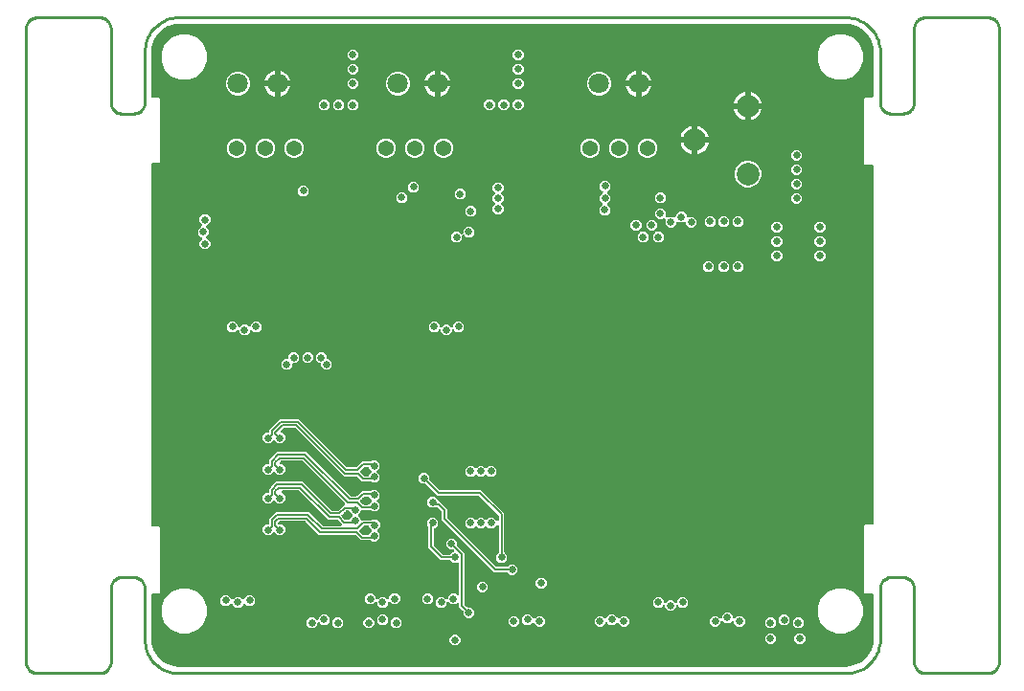
<source format=gbr>
G04 EAGLE Gerber RS-274X export*
G75*
%MOIN*%
%FSLAX34Y34*%
%LPD*%
%INEAGLE Copper Layer 2*%
%IPPOS*%
%AMOC8*
5,1,8,0,0,1.08239X$1,22.5*%
G01*
%ADD10C,0.079118*%
%ADD11C,0.054000*%
%ADD12C,0.070866*%
%ADD13C,0.024811*%
%ADD14C,0.007000*%
%ADD15C,0.006000*%
%ADD16C,0.010000*%

G36*
X24409Y-562D02*
X24409Y-562D01*
X24411Y-561D01*
X24413Y-562D01*
X24531Y-554D01*
X24538Y-552D01*
X24540Y-552D01*
X24769Y-491D01*
X24780Y-486D01*
X24781Y-486D01*
X24986Y-368D01*
X24996Y-360D01*
X25163Y-193D01*
X25171Y-183D01*
X25289Y22D01*
X25294Y34D01*
X25355Y263D01*
X25356Y268D01*
X25357Y271D01*
X25357Y272D01*
X25365Y390D01*
X25365Y392D01*
X25365Y394D01*
X25365Y1930D01*
X25364Y1935D01*
X25364Y1940D01*
X25363Y1941D01*
X25363Y1942D01*
X25361Y1947D01*
X25360Y1952D01*
X25359Y1953D01*
X25359Y1954D01*
X25356Y1958D01*
X25353Y1962D01*
X25352Y1963D01*
X25351Y1964D01*
X25347Y1967D01*
X25344Y1970D01*
X25343Y1971D01*
X25342Y1972D01*
X25337Y1974D01*
X25333Y1976D01*
X25332Y1976D01*
X25330Y1977D01*
X25318Y1979D01*
X25317Y1979D01*
X25316Y1979D01*
X25055Y1979D01*
X25019Y2015D01*
X25019Y4345D01*
X25055Y4381D01*
X25316Y4381D01*
X25320Y4381D01*
X25325Y4382D01*
X25327Y4382D01*
X25328Y4382D01*
X25332Y4384D01*
X25337Y4386D01*
X25338Y4386D01*
X25339Y4387D01*
X25343Y4390D01*
X25348Y4393D01*
X25348Y4394D01*
X25349Y4394D01*
X25353Y4398D01*
X25356Y4402D01*
X25356Y4403D01*
X25357Y4404D01*
X25359Y4408D01*
X25362Y4413D01*
X25362Y4414D01*
X25363Y4415D01*
X25365Y4427D01*
X25365Y4429D01*
X25365Y4430D01*
X25365Y16870D01*
X25364Y16875D01*
X25364Y16880D01*
X25363Y16881D01*
X25363Y16882D01*
X25361Y16887D01*
X25360Y16892D01*
X25359Y16893D01*
X25359Y16894D01*
X25356Y16898D01*
X25353Y16902D01*
X25352Y16903D01*
X25351Y16904D01*
X25347Y16907D01*
X25344Y16910D01*
X25343Y16911D01*
X25342Y16912D01*
X25337Y16914D01*
X25333Y16916D01*
X25332Y16916D01*
X25330Y16917D01*
X25318Y16919D01*
X25317Y16919D01*
X25316Y16919D01*
X25055Y16919D01*
X25019Y16955D01*
X25019Y19225D01*
X25055Y19261D01*
X25316Y19261D01*
X25320Y19261D01*
X25325Y19262D01*
X25327Y19262D01*
X25328Y19262D01*
X25332Y19264D01*
X25337Y19266D01*
X25338Y19266D01*
X25339Y19267D01*
X25343Y19270D01*
X25348Y19273D01*
X25348Y19274D01*
X25349Y19274D01*
X25353Y19278D01*
X25356Y19282D01*
X25356Y19283D01*
X25357Y19284D01*
X25359Y19288D01*
X25362Y19293D01*
X25362Y19294D01*
X25363Y19295D01*
X25365Y19307D01*
X25365Y19309D01*
X25365Y19310D01*
X25365Y20866D01*
X25365Y20868D01*
X25365Y20869D01*
X25357Y20988D01*
X25356Y20995D01*
X25355Y20997D01*
X25294Y21226D01*
X25289Y21237D01*
X25289Y21238D01*
X25171Y21442D01*
X25163Y21452D01*
X25163Y21453D01*
X24996Y21620D01*
X24986Y21627D01*
X24986Y21628D01*
X24781Y21746D01*
X24769Y21751D01*
X24540Y21812D01*
X24533Y21813D01*
X24531Y21814D01*
X24413Y21821D01*
X24411Y21821D01*
X24409Y21821D01*
X1181Y21821D01*
X1179Y21821D01*
X1178Y21821D01*
X1060Y21814D01*
X1053Y21812D01*
X1050Y21812D01*
X822Y21751D01*
X810Y21746D01*
X605Y21628D01*
X595Y21620D01*
X427Y21453D01*
X420Y21443D01*
X420Y21442D01*
X301Y21238D01*
X297Y21226D01*
X296Y21226D01*
X235Y20997D01*
X234Y20990D01*
X234Y20988D01*
X226Y20869D01*
X226Y20867D01*
X226Y20866D01*
X226Y19310D01*
X226Y19305D01*
X227Y19300D01*
X227Y19299D01*
X227Y19298D01*
X229Y19293D01*
X231Y19288D01*
X231Y19287D01*
X232Y19286D01*
X235Y19282D01*
X238Y19278D01*
X239Y19277D01*
X239Y19276D01*
X243Y19273D01*
X247Y19270D01*
X248Y19269D01*
X249Y19268D01*
X253Y19266D01*
X258Y19264D01*
X259Y19264D01*
X260Y19263D01*
X272Y19261D01*
X274Y19261D01*
X275Y19261D01*
X505Y19261D01*
X541Y19225D01*
X541Y17015D01*
X505Y16979D01*
X275Y16979D01*
X270Y16979D01*
X265Y16978D01*
X264Y16978D01*
X263Y16978D01*
X258Y16976D01*
X253Y16974D01*
X252Y16974D01*
X251Y16973D01*
X247Y16970D01*
X243Y16967D01*
X242Y16966D01*
X241Y16966D01*
X238Y16962D01*
X235Y16958D01*
X234Y16957D01*
X233Y16956D01*
X231Y16952D01*
X229Y16947D01*
X229Y16946D01*
X228Y16945D01*
X226Y16933D01*
X226Y16931D01*
X226Y16930D01*
X226Y4370D01*
X226Y4365D01*
X227Y4360D01*
X227Y4359D01*
X227Y4358D01*
X229Y4353D01*
X231Y4348D01*
X231Y4347D01*
X232Y4346D01*
X235Y4342D01*
X238Y4338D01*
X239Y4337D01*
X239Y4336D01*
X243Y4333D01*
X247Y4330D01*
X248Y4329D01*
X249Y4328D01*
X253Y4326D01*
X258Y4324D01*
X259Y4324D01*
X260Y4323D01*
X272Y4321D01*
X274Y4321D01*
X275Y4321D01*
X505Y4321D01*
X541Y4285D01*
X541Y2015D01*
X505Y1979D01*
X275Y1979D01*
X270Y1979D01*
X265Y1978D01*
X264Y1978D01*
X263Y1978D01*
X258Y1976D01*
X253Y1974D01*
X252Y1974D01*
X251Y1973D01*
X247Y1970D01*
X243Y1967D01*
X242Y1966D01*
X241Y1966D01*
X238Y1962D01*
X235Y1958D01*
X234Y1957D01*
X233Y1956D01*
X231Y1952D01*
X229Y1947D01*
X229Y1946D01*
X228Y1945D01*
X226Y1933D01*
X226Y1931D01*
X226Y1930D01*
X226Y394D01*
X226Y392D01*
X226Y390D01*
X234Y272D01*
X234Y269D01*
X234Y266D01*
X235Y264D01*
X235Y263D01*
X296Y34D01*
X301Y23D01*
X301Y22D01*
X420Y-183D01*
X427Y-192D01*
X427Y-193D01*
X595Y-360D01*
X605Y-368D01*
X810Y-486D01*
X821Y-491D01*
X822Y-491D01*
X1050Y-552D01*
X1057Y-553D01*
X1060Y-554D01*
X1178Y-562D01*
X1180Y-561D01*
X1181Y-562D01*
X24409Y-562D01*
X24409Y-562D01*
G37*
%LPC*%
G36*
X7913Y3805D02*
X7913Y3805D01*
X7889Y3830D01*
X7885Y3832D01*
X7882Y3835D01*
X7881Y3836D01*
X7879Y3837D01*
X7875Y3839D01*
X7871Y3841D01*
X7870Y3841D01*
X7868Y3842D01*
X7855Y3844D01*
X7854Y3844D01*
X7517Y3844D01*
X7352Y4010D01*
X7348Y4012D01*
X7345Y4015D01*
X7344Y4016D01*
X7342Y4017D01*
X7338Y4019D01*
X7334Y4021D01*
X7333Y4021D01*
X7331Y4022D01*
X7318Y4024D01*
X7317Y4024D01*
X6078Y4024D01*
X5607Y4495D01*
X5604Y4497D01*
X5601Y4500D01*
X5599Y4501D01*
X5597Y4502D01*
X5593Y4504D01*
X5590Y4506D01*
X5588Y4506D01*
X5586Y4507D01*
X5574Y4509D01*
X5573Y4509D01*
X5572Y4509D01*
X4708Y4509D01*
X4704Y4509D01*
X4699Y4509D01*
X4698Y4508D01*
X4696Y4508D01*
X4692Y4506D01*
X4688Y4505D01*
X4686Y4504D01*
X4684Y4503D01*
X4674Y4496D01*
X4674Y4495D01*
X4673Y4495D01*
X4655Y4477D01*
X4653Y4473D01*
X4650Y4470D01*
X4649Y4469D01*
X4648Y4467D01*
X4646Y4463D01*
X4644Y4459D01*
X4644Y4458D01*
X4643Y4456D01*
X4641Y4443D01*
X4641Y4442D01*
X4641Y4434D01*
X4641Y4429D01*
X4642Y4424D01*
X4642Y4423D01*
X4642Y4422D01*
X4644Y4417D01*
X4646Y4412D01*
X4646Y4411D01*
X4647Y4410D01*
X4650Y4406D01*
X4653Y4402D01*
X4654Y4401D01*
X4654Y4400D01*
X4658Y4397D01*
X4662Y4394D01*
X4663Y4393D01*
X4664Y4392D01*
X4668Y4390D01*
X4673Y4388D01*
X4674Y4388D01*
X4675Y4387D01*
X4687Y4385D01*
X4689Y4385D01*
X4690Y4385D01*
X4777Y4385D01*
X4885Y4277D01*
X4885Y4123D01*
X4777Y4015D01*
X4623Y4015D01*
X4535Y4104D01*
X4531Y4107D01*
X4530Y4108D01*
X4529Y4108D01*
X4527Y4110D01*
X4526Y4111D01*
X4525Y4111D01*
X4520Y4113D01*
X4516Y4116D01*
X4515Y4116D01*
X4514Y4116D01*
X4509Y4117D01*
X4504Y4118D01*
X4503Y4118D01*
X4501Y4118D01*
X4496Y4118D01*
X4491Y4118D01*
X4490Y4117D01*
X4489Y4117D01*
X4484Y4115D01*
X4480Y4114D01*
X4479Y4113D01*
X4477Y4113D01*
X4467Y4106D01*
X4466Y4104D01*
X4465Y4104D01*
X4377Y4015D01*
X4223Y4015D01*
X4115Y4123D01*
X4115Y4277D01*
X4223Y4385D01*
X4290Y4385D01*
X4295Y4385D01*
X4300Y4386D01*
X4301Y4386D01*
X4302Y4386D01*
X4307Y4388D01*
X4312Y4390D01*
X4313Y4390D01*
X4314Y4391D01*
X4318Y4394D01*
X4322Y4397D01*
X4323Y4398D01*
X4324Y4398D01*
X4327Y4402D01*
X4330Y4406D01*
X4331Y4407D01*
X4332Y4408D01*
X4334Y4412D01*
X4336Y4417D01*
X4336Y4418D01*
X4337Y4419D01*
X4339Y4431D01*
X4339Y4433D01*
X4339Y4434D01*
X4339Y4587D01*
X4563Y4811D01*
X5718Y4811D01*
X6178Y4350D01*
X6182Y4348D01*
X6185Y4345D01*
X6186Y4344D01*
X6188Y4343D01*
X6192Y4341D01*
X6196Y4339D01*
X6197Y4339D01*
X6199Y4338D01*
X6212Y4336D01*
X6213Y4336D01*
X6817Y4336D01*
X6823Y4336D01*
X6828Y4337D01*
X6829Y4337D01*
X6835Y4339D01*
X6840Y4341D01*
X6840Y4342D01*
X6841Y4342D01*
X6845Y4345D01*
X6850Y4348D01*
X6850Y4349D01*
X6851Y4349D01*
X6855Y4354D01*
X6858Y4358D01*
X6859Y4359D01*
X6861Y4364D01*
X6864Y4369D01*
X6864Y4370D01*
X6865Y4376D01*
X6866Y4381D01*
X6866Y4382D01*
X6866Y4388D01*
X6866Y4394D01*
X6865Y4394D01*
X6865Y4395D01*
X6864Y4400D01*
X6862Y4405D01*
X6862Y4406D01*
X6861Y4407D01*
X6855Y4417D01*
X6853Y4419D01*
X6852Y4420D01*
X6732Y4540D01*
X6729Y4542D01*
X6725Y4545D01*
X6724Y4546D01*
X6722Y4547D01*
X6718Y4549D01*
X6714Y4551D01*
X6713Y4551D01*
X6711Y4552D01*
X6698Y4554D01*
X6697Y4554D01*
X6398Y4554D01*
X5392Y5560D01*
X5389Y5563D01*
X5385Y5565D01*
X5384Y5566D01*
X5382Y5568D01*
X5378Y5569D01*
X5374Y5571D01*
X5373Y5572D01*
X5371Y5572D01*
X5358Y5574D01*
X5357Y5574D01*
X4806Y5574D01*
X4800Y5574D01*
X4795Y5573D01*
X4794Y5573D01*
X4788Y5571D01*
X4783Y5569D01*
X4783Y5568D01*
X4782Y5568D01*
X4777Y5565D01*
X4773Y5562D01*
X4772Y5561D01*
X4768Y5557D01*
X4765Y5552D01*
X4764Y5551D01*
X4762Y5546D01*
X4759Y5541D01*
X4759Y5540D01*
X4758Y5534D01*
X4757Y5529D01*
X4757Y5528D01*
X4757Y5522D01*
X4757Y5517D01*
X4758Y5516D01*
X4758Y5515D01*
X4759Y5510D01*
X4761Y5505D01*
X4761Y5504D01*
X4762Y5504D01*
X4768Y5493D01*
X4770Y5492D01*
X4771Y5490D01*
X4885Y5377D01*
X4885Y5223D01*
X4777Y5115D01*
X4623Y5115D01*
X4535Y5204D01*
X4531Y5207D01*
X4527Y5210D01*
X4526Y5211D01*
X4525Y5211D01*
X4520Y5213D01*
X4516Y5216D01*
X4515Y5216D01*
X4514Y5216D01*
X4509Y5217D01*
X4504Y5218D01*
X4503Y5218D01*
X4501Y5218D01*
X4496Y5218D01*
X4491Y5218D01*
X4490Y5217D01*
X4489Y5217D01*
X4484Y5215D01*
X4480Y5214D01*
X4479Y5213D01*
X4477Y5213D01*
X4467Y5206D01*
X4466Y5204D01*
X4465Y5204D01*
X4377Y5115D01*
X4223Y5115D01*
X4115Y5223D01*
X4115Y5377D01*
X4223Y5485D01*
X4290Y5485D01*
X4295Y5485D01*
X4300Y5486D01*
X4301Y5486D01*
X4302Y5486D01*
X4307Y5488D01*
X4312Y5490D01*
X4313Y5490D01*
X4314Y5491D01*
X4318Y5494D01*
X4322Y5497D01*
X4323Y5498D01*
X4324Y5498D01*
X4327Y5502D01*
X4330Y5506D01*
X4331Y5507D01*
X4332Y5508D01*
X4334Y5512D01*
X4336Y5517D01*
X4336Y5518D01*
X4337Y5519D01*
X4339Y5531D01*
X4339Y5533D01*
X4339Y5534D01*
X4339Y5637D01*
X4407Y5705D01*
X4578Y5876D01*
X5502Y5876D01*
X6498Y4880D01*
X6502Y4878D01*
X6505Y4875D01*
X6506Y4874D01*
X6508Y4873D01*
X6512Y4871D01*
X6516Y4869D01*
X6517Y4869D01*
X6519Y4868D01*
X6532Y4866D01*
X6533Y4866D01*
X6717Y4866D01*
X6721Y4866D01*
X6726Y4866D01*
X6727Y4867D01*
X6729Y4867D01*
X6733Y4869D01*
X6737Y4870D01*
X6739Y4871D01*
X6741Y4872D01*
X6751Y4879D01*
X6751Y4880D01*
X6752Y4880D01*
X6927Y5056D01*
X6933Y5056D01*
X6938Y5057D01*
X6939Y5057D01*
X6940Y5057D01*
X6945Y5059D01*
X6950Y5061D01*
X6951Y5062D01*
X6956Y5065D01*
X6960Y5068D01*
X6961Y5069D01*
X6965Y5074D01*
X6968Y5078D01*
X6969Y5078D01*
X6969Y5079D01*
X6971Y5084D01*
X6974Y5089D01*
X6974Y5090D01*
X6975Y5096D01*
X6976Y5101D01*
X6976Y5102D01*
X6976Y5108D01*
X6976Y5114D01*
X6976Y5115D01*
X6974Y5120D01*
X6972Y5125D01*
X6972Y5126D01*
X6972Y5127D01*
X6965Y5137D01*
X6963Y5139D01*
X6962Y5140D01*
X5507Y6595D01*
X5504Y6597D01*
X5501Y6600D01*
X5499Y6601D01*
X5497Y6602D01*
X5493Y6604D01*
X5490Y6606D01*
X5488Y6606D01*
X5486Y6607D01*
X5474Y6609D01*
X5473Y6609D01*
X5472Y6609D01*
X4758Y6609D01*
X4754Y6609D01*
X4749Y6609D01*
X4748Y6608D01*
X4746Y6608D01*
X4742Y6606D01*
X4738Y6605D01*
X4736Y6604D01*
X4734Y6603D01*
X4724Y6596D01*
X4724Y6595D01*
X4723Y6595D01*
X4697Y6569D01*
X4694Y6564D01*
X4690Y6560D01*
X4690Y6559D01*
X4687Y6554D01*
X4685Y6549D01*
X4685Y6548D01*
X4684Y6542D01*
X4683Y6537D01*
X4683Y6536D01*
X4683Y6535D01*
X4683Y6530D01*
X4684Y6524D01*
X4684Y6523D01*
X4686Y6518D01*
X4688Y6512D01*
X4688Y6511D01*
X4692Y6507D01*
X4695Y6502D01*
X4695Y6501D01*
X4700Y6497D01*
X4704Y6494D01*
X4704Y6493D01*
X4705Y6493D01*
X4710Y6491D01*
X4715Y6488D01*
X4716Y6487D01*
X4728Y6485D01*
X4731Y6485D01*
X4732Y6485D01*
X4777Y6485D01*
X4885Y6377D01*
X4885Y6223D01*
X4777Y6115D01*
X4623Y6115D01*
X4535Y6204D01*
X4531Y6207D01*
X4527Y6210D01*
X4526Y6211D01*
X4525Y6211D01*
X4520Y6213D01*
X4516Y6216D01*
X4515Y6216D01*
X4514Y6216D01*
X4509Y6217D01*
X4504Y6218D01*
X4503Y6218D01*
X4501Y6218D01*
X4496Y6218D01*
X4491Y6218D01*
X4490Y6217D01*
X4489Y6217D01*
X4484Y6215D01*
X4480Y6214D01*
X4479Y6213D01*
X4477Y6213D01*
X4467Y6206D01*
X4466Y6204D01*
X4465Y6204D01*
X4377Y6115D01*
X4223Y6115D01*
X4115Y6223D01*
X4115Y6377D01*
X4223Y6485D01*
X4290Y6485D01*
X4295Y6485D01*
X4300Y6486D01*
X4301Y6486D01*
X4302Y6486D01*
X4307Y6488D01*
X4312Y6490D01*
X4313Y6490D01*
X4314Y6491D01*
X4318Y6494D01*
X4322Y6497D01*
X4323Y6498D01*
X4324Y6498D01*
X4327Y6502D01*
X4330Y6506D01*
X4331Y6507D01*
X4332Y6508D01*
X4334Y6512D01*
X4336Y6517D01*
X4336Y6518D01*
X4337Y6519D01*
X4339Y6531D01*
X4339Y6533D01*
X4339Y6534D01*
X4339Y6637D01*
X4613Y6911D01*
X5618Y6911D01*
X7143Y5385D01*
X7147Y5383D01*
X7150Y5380D01*
X7151Y5379D01*
X7153Y5378D01*
X7157Y5376D01*
X7161Y5374D01*
X7162Y5374D01*
X7164Y5373D01*
X7177Y5371D01*
X7178Y5371D01*
X7362Y5371D01*
X7366Y5371D01*
X7371Y5372D01*
X7372Y5372D01*
X7374Y5372D01*
X7378Y5374D01*
X7382Y5375D01*
X7384Y5376D01*
X7386Y5377D01*
X7396Y5384D01*
X7396Y5385D01*
X7397Y5385D01*
X7562Y5551D01*
X7849Y5551D01*
X7853Y5551D01*
X7858Y5551D01*
X7859Y5552D01*
X7861Y5552D01*
X7865Y5554D01*
X7869Y5555D01*
X7871Y5556D01*
X7873Y5557D01*
X7883Y5564D01*
X7883Y5565D01*
X7884Y5565D01*
X7913Y5595D01*
X8067Y5595D01*
X8175Y5487D01*
X8175Y5333D01*
X8096Y5255D01*
X8093Y5251D01*
X8090Y5247D01*
X8089Y5246D01*
X8089Y5245D01*
X8087Y5240D01*
X8084Y5236D01*
X8084Y5235D01*
X8084Y5234D01*
X8083Y5229D01*
X8082Y5224D01*
X8082Y5223D01*
X8082Y5221D01*
X8082Y5216D01*
X8082Y5211D01*
X8083Y5210D01*
X8083Y5209D01*
X8085Y5204D01*
X8086Y5200D01*
X8087Y5199D01*
X8087Y5197D01*
X8094Y5187D01*
X8096Y5186D01*
X8096Y5185D01*
X8175Y5107D01*
X8175Y4953D01*
X8067Y4845D01*
X7913Y4845D01*
X7884Y4875D01*
X7880Y4877D01*
X7877Y4880D01*
X7875Y4881D01*
X7874Y4882D01*
X7870Y4884D01*
X7866Y4886D01*
X7865Y4886D01*
X7863Y4887D01*
X7850Y4889D01*
X7849Y4889D01*
X7564Y4889D01*
X7559Y4889D01*
X7554Y4888D01*
X7553Y4888D01*
X7552Y4888D01*
X7547Y4886D01*
X7542Y4884D01*
X7541Y4884D01*
X7540Y4883D01*
X7536Y4880D01*
X7532Y4877D01*
X7531Y4877D01*
X7530Y4876D01*
X7527Y4872D01*
X7524Y4868D01*
X7523Y4867D01*
X7522Y4866D01*
X7520Y4862D01*
X7518Y4857D01*
X7518Y4856D01*
X7517Y4855D01*
X7515Y4843D01*
X7515Y4841D01*
X7515Y4840D01*
X7515Y4823D01*
X7436Y4745D01*
X7433Y4741D01*
X7430Y4737D01*
X7429Y4736D01*
X7429Y4735D01*
X7427Y4730D01*
X7424Y4726D01*
X7424Y4725D01*
X7424Y4724D01*
X7423Y4719D01*
X7422Y4714D01*
X7422Y4713D01*
X7422Y4711D01*
X7422Y4706D01*
X7422Y4701D01*
X7423Y4700D01*
X7423Y4699D01*
X7425Y4694D01*
X7426Y4690D01*
X7427Y4689D01*
X7427Y4687D01*
X7434Y4677D01*
X7435Y4676D01*
X7436Y4676D01*
X7436Y4675D01*
X7515Y4597D01*
X7515Y4585D01*
X7515Y4580D01*
X7516Y4575D01*
X7516Y4574D01*
X7516Y4573D01*
X7518Y4568D01*
X7520Y4563D01*
X7520Y4562D01*
X7521Y4561D01*
X7524Y4557D01*
X7527Y4553D01*
X7528Y4552D01*
X7528Y4551D01*
X7532Y4548D01*
X7536Y4545D01*
X7537Y4544D01*
X7538Y4543D01*
X7542Y4541D01*
X7547Y4539D01*
X7548Y4539D01*
X7549Y4538D01*
X7561Y4536D01*
X7563Y4536D01*
X7564Y4536D01*
X7884Y4536D01*
X7888Y4536D01*
X7893Y4536D01*
X7894Y4537D01*
X7896Y4537D01*
X7900Y4539D01*
X7904Y4540D01*
X7906Y4541D01*
X7908Y4542D01*
X7918Y4549D01*
X7918Y4550D01*
X7919Y4550D01*
X7923Y4555D01*
X8077Y4555D01*
X8185Y4447D01*
X8185Y4293D01*
X8101Y4210D01*
X8098Y4206D01*
X8095Y4202D01*
X8094Y4201D01*
X8094Y4200D01*
X8092Y4195D01*
X8089Y4191D01*
X8089Y4190D01*
X8089Y4189D01*
X8088Y4184D01*
X8087Y4179D01*
X8087Y4178D01*
X8087Y4176D01*
X8087Y4171D01*
X8087Y4166D01*
X8088Y4165D01*
X8088Y4164D01*
X8090Y4159D01*
X8091Y4155D01*
X8092Y4154D01*
X8092Y4152D01*
X8099Y4142D01*
X8101Y4141D01*
X8101Y4140D01*
X8175Y4067D01*
X8175Y3913D01*
X8067Y3805D01*
X7913Y3805D01*
G37*
%LPD*%
%LPC*%
G36*
X1221Y19878D02*
X1221Y19878D01*
X930Y19998D01*
X707Y20221D01*
X587Y20512D01*
X587Y20827D01*
X707Y21118D01*
X930Y21340D01*
X1221Y21461D01*
X1535Y21461D01*
X1826Y21340D01*
X2049Y21118D01*
X2169Y20827D01*
X2169Y20512D01*
X2049Y20221D01*
X1826Y19998D01*
X1535Y19878D01*
X1221Y19878D01*
G37*
%LPD*%
%LPC*%
G36*
X24055Y19878D02*
X24055Y19878D01*
X23764Y19998D01*
X23542Y20221D01*
X23421Y20512D01*
X23421Y20827D01*
X23542Y21118D01*
X23764Y21340D01*
X24055Y21461D01*
X24370Y21461D01*
X24661Y21340D01*
X24883Y21118D01*
X25004Y20827D01*
X25004Y20512D01*
X24883Y20221D01*
X24661Y19998D01*
X24370Y19878D01*
X24055Y19878D01*
G37*
%LPD*%
%LPC*%
G36*
X24055Y587D02*
X24055Y587D01*
X23764Y707D01*
X23542Y930D01*
X23421Y1221D01*
X23421Y1535D01*
X23542Y1826D01*
X23764Y2049D01*
X24055Y2169D01*
X24370Y2169D01*
X24661Y2049D01*
X24883Y1826D01*
X25004Y1535D01*
X25004Y1221D01*
X24883Y930D01*
X24661Y707D01*
X24370Y587D01*
X24055Y587D01*
G37*
%LPD*%
%LPC*%
G36*
X1221Y587D02*
X1221Y587D01*
X930Y707D01*
X707Y930D01*
X587Y1221D01*
X587Y1535D01*
X707Y1826D01*
X930Y2049D01*
X1221Y2169D01*
X1535Y2169D01*
X1826Y2049D01*
X2049Y1826D01*
X2169Y1535D01*
X2169Y1221D01*
X2049Y930D01*
X1826Y707D01*
X1535Y587D01*
X1221Y587D01*
G37*
%LPD*%
%LPC*%
G36*
X7913Y5855D02*
X7913Y5855D01*
X7899Y5870D01*
X7895Y5872D01*
X7892Y5875D01*
X7891Y5876D01*
X7889Y5877D01*
X7885Y5879D01*
X7881Y5881D01*
X7880Y5881D01*
X7878Y5882D01*
X7865Y5884D01*
X7864Y5884D01*
X7557Y5884D01*
X7397Y6045D01*
X7394Y6047D01*
X7390Y6050D01*
X7389Y6051D01*
X7387Y6052D01*
X7383Y6054D01*
X7379Y6056D01*
X7378Y6056D01*
X7376Y6057D01*
X7363Y6059D01*
X7362Y6059D01*
X6942Y6059D01*
X5257Y7745D01*
X5253Y7747D01*
X5250Y7750D01*
X5249Y7751D01*
X5247Y7752D01*
X5243Y7754D01*
X5239Y7756D01*
X5238Y7756D01*
X5236Y7757D01*
X5223Y7759D01*
X5222Y7759D01*
X4858Y7759D01*
X4854Y7759D01*
X4849Y7759D01*
X4848Y7758D01*
X4846Y7758D01*
X4842Y7756D01*
X4838Y7755D01*
X4836Y7754D01*
X4834Y7753D01*
X4824Y7746D01*
X4824Y7745D01*
X4823Y7745D01*
X4747Y7669D01*
X4744Y7664D01*
X4740Y7660D01*
X4740Y7659D01*
X4737Y7654D01*
X4735Y7649D01*
X4735Y7648D01*
X4734Y7642D01*
X4733Y7637D01*
X4733Y7636D01*
X4733Y7635D01*
X4733Y7630D01*
X4734Y7624D01*
X4734Y7623D01*
X4736Y7618D01*
X4738Y7612D01*
X4738Y7611D01*
X4742Y7607D01*
X4745Y7602D01*
X4745Y7601D01*
X4750Y7597D01*
X4754Y7594D01*
X4754Y7593D01*
X4755Y7593D01*
X4760Y7591D01*
X4765Y7588D01*
X4766Y7587D01*
X4776Y7585D01*
X4885Y7477D01*
X4885Y7323D01*
X4777Y7215D01*
X4623Y7215D01*
X4535Y7304D01*
X4531Y7307D01*
X4527Y7310D01*
X4526Y7311D01*
X4525Y7311D01*
X4520Y7313D01*
X4516Y7316D01*
X4515Y7316D01*
X4514Y7316D01*
X4509Y7317D01*
X4504Y7318D01*
X4503Y7318D01*
X4501Y7318D01*
X4496Y7318D01*
X4491Y7318D01*
X4490Y7317D01*
X4489Y7317D01*
X4484Y7315D01*
X4480Y7314D01*
X4479Y7313D01*
X4477Y7313D01*
X4467Y7306D01*
X4466Y7304D01*
X4465Y7304D01*
X4377Y7215D01*
X4223Y7215D01*
X4115Y7323D01*
X4115Y7477D01*
X4223Y7585D01*
X4290Y7585D01*
X4295Y7585D01*
X4300Y7586D01*
X4301Y7586D01*
X4302Y7586D01*
X4307Y7588D01*
X4312Y7590D01*
X4313Y7590D01*
X4314Y7591D01*
X4318Y7594D01*
X4322Y7597D01*
X4323Y7598D01*
X4324Y7598D01*
X4327Y7602D01*
X4330Y7606D01*
X4331Y7607D01*
X4332Y7608D01*
X4334Y7612D01*
X4336Y7617D01*
X4336Y7618D01*
X4337Y7619D01*
X4339Y7631D01*
X4339Y7633D01*
X4339Y7634D01*
X4339Y7687D01*
X4713Y8061D01*
X5367Y8061D01*
X7023Y6405D01*
X7026Y6403D01*
X7029Y6400D01*
X7031Y6399D01*
X7033Y6398D01*
X7037Y6396D01*
X7040Y6394D01*
X7042Y6394D01*
X7044Y6393D01*
X7056Y6391D01*
X7057Y6391D01*
X7058Y6391D01*
X7352Y6391D01*
X7356Y6391D01*
X7361Y6391D01*
X7362Y6392D01*
X7364Y6392D01*
X7368Y6394D01*
X7373Y6395D01*
X7374Y6396D01*
X7376Y6397D01*
X7386Y6404D01*
X7386Y6405D01*
X7387Y6405D01*
X7557Y6576D01*
X7854Y6576D01*
X7858Y6576D01*
X7863Y6576D01*
X7864Y6577D01*
X7866Y6577D01*
X7870Y6579D01*
X7874Y6580D01*
X7876Y6581D01*
X7878Y6582D01*
X7888Y6589D01*
X7888Y6590D01*
X7889Y6590D01*
X7913Y6615D01*
X8067Y6615D01*
X8175Y6507D01*
X8175Y6353D01*
X8091Y6270D01*
X8088Y6266D01*
X8085Y6262D01*
X8084Y6261D01*
X8084Y6260D01*
X8082Y6255D01*
X8079Y6251D01*
X8079Y6250D01*
X8079Y6249D01*
X8078Y6244D01*
X8077Y6239D01*
X8077Y6238D01*
X8077Y6236D01*
X8077Y6231D01*
X8077Y6226D01*
X8078Y6225D01*
X8078Y6224D01*
X8080Y6219D01*
X8081Y6215D01*
X8082Y6214D01*
X8082Y6213D01*
X8082Y6212D01*
X8087Y6206D01*
X8089Y6203D01*
X8089Y6202D01*
X8091Y6201D01*
X8091Y6200D01*
X8175Y6117D01*
X8175Y5963D01*
X8067Y5855D01*
X7913Y5855D01*
G37*
%LPD*%
%LPC*%
G36*
X12343Y3055D02*
X12343Y3055D01*
X12235Y3163D01*
X12235Y3317D01*
X12310Y3391D01*
X12312Y3395D01*
X12315Y3398D01*
X12316Y3399D01*
X12317Y3401D01*
X12319Y3405D01*
X12321Y3409D01*
X12321Y3410D01*
X12322Y3412D01*
X12324Y3425D01*
X12324Y3426D01*
X12324Y4324D01*
X12324Y4330D01*
X12323Y4335D01*
X12323Y4336D01*
X12321Y4342D01*
X12319Y4347D01*
X12318Y4347D01*
X12318Y4348D01*
X12315Y4352D01*
X12312Y4357D01*
X12311Y4357D01*
X12311Y4358D01*
X12306Y4361D01*
X12302Y4365D01*
X12301Y4366D01*
X12296Y4368D01*
X12291Y4371D01*
X12290Y4371D01*
X12284Y4372D01*
X12279Y4373D01*
X12278Y4373D01*
X12272Y4373D01*
X12266Y4373D01*
X12266Y4372D01*
X12265Y4372D01*
X12260Y4370D01*
X12255Y4369D01*
X12254Y4369D01*
X12253Y4368D01*
X12243Y4361D01*
X12241Y4360D01*
X12240Y4359D01*
X12137Y4255D01*
X11983Y4255D01*
X11915Y4324D01*
X11911Y4327D01*
X11907Y4330D01*
X11906Y4331D01*
X11905Y4331D01*
X11900Y4333D01*
X11896Y4336D01*
X11895Y4336D01*
X11894Y4336D01*
X11889Y4337D01*
X11884Y4338D01*
X11883Y4338D01*
X11881Y4338D01*
X11876Y4338D01*
X11871Y4338D01*
X11870Y4337D01*
X11869Y4337D01*
X11864Y4335D01*
X11860Y4334D01*
X11859Y4333D01*
X11857Y4333D01*
X11847Y4326D01*
X11846Y4324D01*
X11845Y4324D01*
X11777Y4255D01*
X11623Y4255D01*
X11555Y4324D01*
X11551Y4327D01*
X11547Y4330D01*
X11546Y4331D01*
X11545Y4331D01*
X11540Y4333D01*
X11536Y4336D01*
X11535Y4336D01*
X11534Y4336D01*
X11529Y4337D01*
X11524Y4338D01*
X11523Y4338D01*
X11521Y4338D01*
X11516Y4338D01*
X11511Y4338D01*
X11510Y4337D01*
X11509Y4337D01*
X11504Y4335D01*
X11500Y4334D01*
X11499Y4333D01*
X11497Y4333D01*
X11487Y4326D01*
X11486Y4324D01*
X11485Y4324D01*
X11417Y4255D01*
X11263Y4255D01*
X11155Y4363D01*
X11155Y4517D01*
X11263Y4625D01*
X11417Y4625D01*
X11485Y4556D01*
X11489Y4553D01*
X11493Y4550D01*
X11494Y4549D01*
X11495Y4549D01*
X11500Y4547D01*
X11504Y4544D01*
X11505Y4544D01*
X11506Y4544D01*
X11511Y4543D01*
X11516Y4542D01*
X11517Y4542D01*
X11519Y4542D01*
X11524Y4542D01*
X11529Y4542D01*
X11530Y4543D01*
X11531Y4543D01*
X11536Y4545D01*
X11540Y4546D01*
X11541Y4547D01*
X11543Y4547D01*
X11553Y4554D01*
X11554Y4556D01*
X11555Y4556D01*
X11623Y4625D01*
X11777Y4625D01*
X11845Y4556D01*
X11849Y4553D01*
X11853Y4550D01*
X11854Y4549D01*
X11855Y4549D01*
X11860Y4547D01*
X11864Y4544D01*
X11865Y4544D01*
X11866Y4544D01*
X11871Y4543D01*
X11876Y4542D01*
X11877Y4542D01*
X11879Y4542D01*
X11884Y4542D01*
X11889Y4542D01*
X11890Y4543D01*
X11891Y4543D01*
X11896Y4545D01*
X11900Y4546D01*
X11901Y4547D01*
X11903Y4547D01*
X11913Y4554D01*
X11914Y4556D01*
X11915Y4556D01*
X11983Y4625D01*
X12137Y4625D01*
X12240Y4521D01*
X12245Y4518D01*
X12249Y4514D01*
X12250Y4514D01*
X12255Y4511D01*
X12260Y4509D01*
X12261Y4509D01*
X12267Y4508D01*
X12272Y4507D01*
X12273Y4507D01*
X12274Y4507D01*
X12279Y4507D01*
X12285Y4508D01*
X12286Y4508D01*
X12291Y4510D01*
X12297Y4512D01*
X12298Y4512D01*
X12302Y4515D01*
X12307Y4519D01*
X12308Y4519D01*
X12312Y4524D01*
X12315Y4528D01*
X12316Y4528D01*
X12316Y4529D01*
X12319Y4534D01*
X12321Y4539D01*
X12322Y4540D01*
X12324Y4552D01*
X12324Y4555D01*
X12324Y4556D01*
X12324Y4680D01*
X12324Y4684D01*
X12324Y4688D01*
X12323Y4690D01*
X12323Y4692D01*
X12321Y4696D01*
X12320Y4700D01*
X12319Y4702D01*
X12318Y4704D01*
X12311Y4714D01*
X12310Y4714D01*
X12310Y4715D01*
X11645Y5380D01*
X11641Y5382D01*
X11638Y5385D01*
X11636Y5386D01*
X11635Y5387D01*
X11631Y5389D01*
X11627Y5391D01*
X11626Y5391D01*
X11624Y5392D01*
X11611Y5394D01*
X11610Y5394D01*
X10190Y5394D01*
X9784Y5801D01*
X9780Y5803D01*
X9777Y5806D01*
X9776Y5807D01*
X9774Y5808D01*
X9770Y5810D01*
X9766Y5812D01*
X9765Y5812D01*
X9763Y5813D01*
X9750Y5815D01*
X9749Y5815D01*
X9643Y5815D01*
X9535Y5923D01*
X9535Y6077D01*
X9643Y6185D01*
X9797Y6185D01*
X9905Y6077D01*
X9905Y5971D01*
X9905Y5967D01*
X9906Y5962D01*
X9906Y5961D01*
X9906Y5959D01*
X9908Y5955D01*
X9909Y5951D01*
X9910Y5949D01*
X9911Y5947D01*
X9918Y5937D01*
X9919Y5937D01*
X9919Y5936D01*
X10255Y5600D01*
X10259Y5598D01*
X10262Y5595D01*
X10264Y5594D01*
X10265Y5593D01*
X10269Y5591D01*
X10273Y5589D01*
X10274Y5589D01*
X10276Y5588D01*
X10289Y5586D01*
X10290Y5586D01*
X11710Y5586D01*
X11780Y5515D01*
X12516Y4780D01*
X12516Y3426D01*
X12516Y3422D01*
X12516Y3417D01*
X12517Y3416D01*
X12517Y3414D01*
X12519Y3410D01*
X12520Y3406D01*
X12521Y3404D01*
X12522Y3402D01*
X12529Y3392D01*
X12530Y3392D01*
X12530Y3391D01*
X12605Y3317D01*
X12605Y3163D01*
X12497Y3055D01*
X12343Y3055D01*
G37*
%LPD*%
%LPC*%
G36*
X11203Y1135D02*
X11203Y1135D01*
X11095Y1243D01*
X11095Y1349D01*
X11095Y1353D01*
X11094Y1358D01*
X11094Y1359D01*
X11094Y1361D01*
X11092Y1365D01*
X11091Y1369D01*
X11090Y1371D01*
X11089Y1373D01*
X11082Y1383D01*
X11081Y1383D01*
X11081Y1384D01*
X10944Y1520D01*
X10944Y1624D01*
X10944Y1630D01*
X10943Y1635D01*
X10943Y1636D01*
X10941Y1642D01*
X10939Y1647D01*
X10938Y1647D01*
X10938Y1648D01*
X10935Y1652D01*
X10932Y1657D01*
X10931Y1657D01*
X10931Y1658D01*
X10926Y1661D01*
X10922Y1665D01*
X10921Y1666D01*
X10916Y1668D01*
X10911Y1671D01*
X10910Y1671D01*
X10904Y1672D01*
X10899Y1673D01*
X10898Y1673D01*
X10892Y1673D01*
X10886Y1673D01*
X10886Y1672D01*
X10885Y1672D01*
X10880Y1670D01*
X10875Y1669D01*
X10874Y1669D01*
X10873Y1668D01*
X10863Y1661D01*
X10861Y1660D01*
X10860Y1659D01*
X10817Y1615D01*
X10663Y1615D01*
X10589Y1690D01*
X10585Y1693D01*
X10583Y1695D01*
X10582Y1695D01*
X10580Y1697D01*
X10579Y1697D01*
X10574Y1700D01*
X10573Y1700D01*
X10572Y1701D01*
X10571Y1701D01*
X10569Y1702D01*
X10568Y1702D01*
X10562Y1703D01*
X10557Y1704D01*
X10556Y1704D01*
X10555Y1704D01*
X10550Y1704D01*
X10544Y1703D01*
X10543Y1703D01*
X10538Y1701D01*
X10532Y1699D01*
X10531Y1699D01*
X10527Y1695D01*
X10522Y1692D01*
X10521Y1692D01*
X10517Y1687D01*
X10514Y1683D01*
X10513Y1683D01*
X10513Y1682D01*
X10511Y1677D01*
X10508Y1672D01*
X10507Y1671D01*
X10507Y1670D01*
X10507Y1669D01*
X10507Y1667D01*
X10505Y1659D01*
X10505Y1658D01*
X10505Y1657D01*
X10505Y1656D01*
X10505Y1655D01*
X10505Y1603D01*
X10397Y1495D01*
X10243Y1495D01*
X10135Y1603D01*
X10135Y1757D01*
X10243Y1865D01*
X10397Y1865D01*
X10471Y1790D01*
X10476Y1787D01*
X10480Y1783D01*
X10481Y1783D01*
X10486Y1780D01*
X10491Y1778D01*
X10492Y1778D01*
X10498Y1777D01*
X10503Y1776D01*
X10504Y1776D01*
X10505Y1776D01*
X10510Y1776D01*
X10516Y1777D01*
X10517Y1777D01*
X10522Y1779D01*
X10528Y1781D01*
X10529Y1781D01*
X10533Y1785D01*
X10538Y1788D01*
X10539Y1788D01*
X10543Y1793D01*
X10546Y1797D01*
X10547Y1797D01*
X10547Y1798D01*
X10549Y1803D01*
X10552Y1808D01*
X10553Y1809D01*
X10555Y1821D01*
X10555Y1824D01*
X10555Y1825D01*
X10555Y1877D01*
X10663Y1985D01*
X10817Y1985D01*
X10860Y1941D01*
X10865Y1938D01*
X10869Y1934D01*
X10870Y1934D01*
X10875Y1931D01*
X10880Y1929D01*
X10881Y1929D01*
X10887Y1928D01*
X10892Y1927D01*
X10893Y1927D01*
X10894Y1927D01*
X10899Y1927D01*
X10905Y1928D01*
X10906Y1928D01*
X10911Y1930D01*
X10917Y1932D01*
X10918Y1932D01*
X10922Y1935D01*
X10927Y1939D01*
X10928Y1939D01*
X10932Y1944D01*
X10935Y1948D01*
X10936Y1948D01*
X10936Y1949D01*
X10939Y1954D01*
X10941Y1959D01*
X10942Y1960D01*
X10944Y1972D01*
X10944Y1975D01*
X10944Y1976D01*
X10944Y3006D01*
X10944Y3011D01*
X10943Y3016D01*
X10943Y3017D01*
X10943Y3018D01*
X10941Y3023D01*
X10939Y3028D01*
X10939Y3029D01*
X10938Y3030D01*
X10935Y3034D01*
X10932Y3038D01*
X10931Y3039D01*
X10931Y3040D01*
X10927Y3043D01*
X10923Y3046D01*
X10922Y3047D01*
X10921Y3048D01*
X10917Y3050D01*
X10912Y3052D01*
X10911Y3052D01*
X10910Y3053D01*
X10898Y3055D01*
X10896Y3055D01*
X10895Y3055D01*
X10723Y3055D01*
X10649Y3130D01*
X10645Y3132D01*
X10642Y3135D01*
X10641Y3136D01*
X10639Y3137D01*
X10635Y3139D01*
X10631Y3141D01*
X10630Y3141D01*
X10628Y3142D01*
X10615Y3144D01*
X10614Y3144D01*
X10300Y3144D01*
X9874Y3570D01*
X9874Y4304D01*
X9874Y4308D01*
X9874Y4313D01*
X9873Y4314D01*
X9873Y4316D01*
X9871Y4320D01*
X9870Y4324D01*
X9869Y4326D01*
X9868Y4328D01*
X9861Y4338D01*
X9860Y4338D01*
X9860Y4339D01*
X9835Y4363D01*
X9835Y4517D01*
X9943Y4625D01*
X10097Y4625D01*
X10205Y4517D01*
X10205Y4363D01*
X10088Y4247D01*
X10087Y4246D01*
X10083Y4243D01*
X10082Y4242D01*
X10081Y4242D01*
X10078Y4238D01*
X10075Y4234D01*
X10074Y4233D01*
X10073Y4232D01*
X10071Y4228D01*
X10069Y4223D01*
X10069Y4222D01*
X10068Y4221D01*
X10066Y4209D01*
X10066Y4207D01*
X10066Y4206D01*
X10066Y3670D01*
X10066Y3666D01*
X10066Y3662D01*
X10067Y3660D01*
X10067Y3658D01*
X10069Y3654D01*
X10070Y3650D01*
X10071Y3648D01*
X10072Y3646D01*
X10079Y3636D01*
X10080Y3636D01*
X10080Y3635D01*
X10365Y3350D01*
X10369Y3348D01*
X10372Y3345D01*
X10374Y3344D01*
X10375Y3343D01*
X10379Y3341D01*
X10383Y3339D01*
X10384Y3339D01*
X10386Y3338D01*
X10399Y3336D01*
X10400Y3336D01*
X10614Y3336D01*
X10618Y3336D01*
X10623Y3336D01*
X10624Y3337D01*
X10626Y3337D01*
X10630Y3339D01*
X10634Y3340D01*
X10636Y3341D01*
X10638Y3342D01*
X10648Y3349D01*
X10648Y3350D01*
X10649Y3350D01*
X10724Y3425D01*
X10726Y3426D01*
X10732Y3426D01*
X10733Y3426D01*
X10738Y3428D01*
X10744Y3430D01*
X10744Y3431D01*
X10745Y3431D01*
X10749Y3434D01*
X10754Y3437D01*
X10754Y3438D01*
X10755Y3438D01*
X10758Y3443D01*
X10762Y3447D01*
X10763Y3448D01*
X10765Y3453D01*
X10767Y3458D01*
X10768Y3459D01*
X10769Y3465D01*
X10770Y3470D01*
X10770Y3471D01*
X10770Y3477D01*
X10769Y3483D01*
X10769Y3484D01*
X10767Y3489D01*
X10766Y3494D01*
X10765Y3495D01*
X10765Y3496D01*
X10758Y3506D01*
X10757Y3508D01*
X10756Y3509D01*
X10744Y3521D01*
X10740Y3523D01*
X10737Y3526D01*
X10736Y3527D01*
X10734Y3528D01*
X10730Y3530D01*
X10726Y3532D01*
X10725Y3532D01*
X10723Y3533D01*
X10710Y3535D01*
X10709Y3535D01*
X10603Y3535D01*
X10495Y3643D01*
X10495Y3797D01*
X10603Y3905D01*
X10757Y3905D01*
X10865Y3797D01*
X10865Y3691D01*
X10865Y3687D01*
X10866Y3682D01*
X10866Y3681D01*
X10866Y3679D01*
X10868Y3675D01*
X10869Y3671D01*
X10870Y3669D01*
X10871Y3667D01*
X10878Y3657D01*
X10879Y3657D01*
X10879Y3656D01*
X11136Y3400D01*
X11136Y1620D01*
X11136Y1616D01*
X11136Y1612D01*
X11137Y1610D01*
X11137Y1608D01*
X11139Y1604D01*
X11140Y1600D01*
X11141Y1598D01*
X11142Y1596D01*
X11149Y1586D01*
X11150Y1586D01*
X11150Y1585D01*
X11216Y1519D01*
X11220Y1517D01*
X11223Y1514D01*
X11224Y1513D01*
X11226Y1512D01*
X11230Y1510D01*
X11234Y1508D01*
X11235Y1508D01*
X11237Y1507D01*
X11250Y1505D01*
X11251Y1505D01*
X11357Y1505D01*
X11465Y1397D01*
X11465Y1243D01*
X11357Y1135D01*
X11203Y1135D01*
G37*
%LPD*%
%LPC*%
G36*
X12713Y2635D02*
X12713Y2635D01*
X12639Y2710D01*
X12635Y2712D01*
X12632Y2715D01*
X12631Y2716D01*
X12629Y2717D01*
X12625Y2719D01*
X12621Y2721D01*
X12620Y2721D01*
X12618Y2722D01*
X12605Y2724D01*
X12604Y2724D01*
X12157Y2724D01*
X10399Y4483D01*
X10328Y4553D01*
X10328Y4833D01*
X10328Y4837D01*
X10327Y4841D01*
X10327Y4843D01*
X10327Y4845D01*
X10325Y4849D01*
X10324Y4853D01*
X10323Y4854D01*
X10322Y4857D01*
X10315Y4867D01*
X10314Y4867D01*
X10314Y4868D01*
X10191Y4990D01*
X10188Y4992D01*
X10185Y4995D01*
X10183Y4996D01*
X10182Y4997D01*
X10178Y4999D01*
X10174Y5001D01*
X10172Y5001D01*
X10170Y5002D01*
X10158Y5004D01*
X10157Y5004D01*
X10146Y5004D01*
X10142Y5004D01*
X10137Y5004D01*
X10136Y5003D01*
X10134Y5003D01*
X10130Y5001D01*
X10126Y5000D01*
X10124Y4999D01*
X10122Y4998D01*
X10112Y4991D01*
X10112Y4990D01*
X10111Y4990D01*
X10097Y4975D01*
X9943Y4975D01*
X9835Y5083D01*
X9835Y5237D01*
X9943Y5345D01*
X10097Y5345D01*
X10206Y5236D01*
X10206Y5235D01*
X10206Y5234D01*
X10206Y5233D01*
X10208Y5228D01*
X10210Y5223D01*
X10210Y5222D01*
X10211Y5221D01*
X10214Y5217D01*
X10217Y5213D01*
X10218Y5212D01*
X10218Y5211D01*
X10222Y5208D01*
X10226Y5205D01*
X10227Y5204D01*
X10228Y5203D01*
X10232Y5201D01*
X10237Y5199D01*
X10238Y5199D01*
X10239Y5198D01*
X10251Y5196D01*
X10253Y5196D01*
X10254Y5196D01*
X10256Y5196D01*
X10520Y4932D01*
X10520Y4653D01*
X10520Y4649D01*
X10520Y4644D01*
X10521Y4642D01*
X10521Y4640D01*
X10523Y4636D01*
X10524Y4632D01*
X10525Y4631D01*
X10526Y4629D01*
X10533Y4619D01*
X10534Y4618D01*
X12222Y2930D01*
X12225Y2928D01*
X12228Y2925D01*
X12230Y2924D01*
X12232Y2923D01*
X12236Y2921D01*
X12239Y2919D01*
X12241Y2919D01*
X12243Y2918D01*
X12255Y2916D01*
X12256Y2916D01*
X12257Y2916D01*
X12604Y2916D01*
X12608Y2916D01*
X12613Y2916D01*
X12614Y2917D01*
X12616Y2917D01*
X12620Y2919D01*
X12624Y2920D01*
X12626Y2921D01*
X12628Y2922D01*
X12638Y2929D01*
X12638Y2930D01*
X12639Y2930D01*
X12713Y3005D01*
X12867Y3005D01*
X12975Y2897D01*
X12975Y2743D01*
X12867Y2635D01*
X12713Y2635D01*
G37*
%LPD*%
%LPC*%
G36*
X20898Y16138D02*
X20898Y16138D01*
X20729Y16208D01*
X20599Y16338D01*
X20529Y16507D01*
X20529Y16691D01*
X20599Y16860D01*
X20729Y16990D01*
X20898Y17060D01*
X21082Y17060D01*
X21251Y16990D01*
X21381Y16860D01*
X21451Y16691D01*
X21451Y16507D01*
X21381Y16338D01*
X21251Y16208D01*
X21082Y16138D01*
X20898Y16138D01*
G37*
%LPD*%
%LPC*%
G36*
X15727Y19330D02*
X15727Y19330D01*
X15573Y19394D01*
X15455Y19512D01*
X15391Y19666D01*
X15391Y19834D01*
X15455Y19988D01*
X15573Y20106D01*
X15727Y20170D01*
X15895Y20170D01*
X16049Y20106D01*
X16167Y19988D01*
X16231Y19834D01*
X16231Y19666D01*
X16167Y19512D01*
X16049Y19394D01*
X15895Y19330D01*
X15727Y19330D01*
G37*
%LPD*%
%LPC*%
G36*
X8727Y19330D02*
X8727Y19330D01*
X8573Y19394D01*
X8455Y19512D01*
X8391Y19666D01*
X8391Y19834D01*
X8455Y19988D01*
X8573Y20106D01*
X8727Y20170D01*
X8895Y20170D01*
X9049Y20106D01*
X9167Y19988D01*
X9231Y19834D01*
X9231Y19666D01*
X9167Y19512D01*
X9049Y19394D01*
X8895Y19330D01*
X8727Y19330D01*
G37*
%LPD*%
%LPC*%
G36*
X3157Y19330D02*
X3157Y19330D01*
X3003Y19394D01*
X2885Y19512D01*
X2821Y19666D01*
X2821Y19834D01*
X2885Y19988D01*
X3003Y20106D01*
X3157Y20170D01*
X3325Y20170D01*
X3479Y20106D01*
X3597Y19988D01*
X3661Y19834D01*
X3661Y19666D01*
X3597Y19512D01*
X3479Y19394D01*
X3325Y19330D01*
X3157Y19330D01*
G37*
%LPD*%
%LPC*%
G36*
X18233Y14735D02*
X18233Y14735D01*
X18125Y14843D01*
X18125Y15015D01*
X18124Y15020D01*
X18124Y15026D01*
X18124Y15027D01*
X18122Y15032D01*
X18120Y15038D01*
X18119Y15038D01*
X18119Y15039D01*
X18116Y15043D01*
X18113Y15048D01*
X18112Y15048D01*
X18112Y15049D01*
X18107Y15052D01*
X18103Y15056D01*
X18102Y15057D01*
X18097Y15059D01*
X18092Y15062D01*
X18091Y15062D01*
X18085Y15063D01*
X18080Y15064D01*
X18079Y15064D01*
X18073Y15064D01*
X18067Y15063D01*
X18066Y15063D01*
X18061Y15061D01*
X18056Y15060D01*
X18055Y15059D01*
X18054Y15059D01*
X18044Y15052D01*
X18042Y15051D01*
X18041Y15050D01*
X18027Y15035D01*
X17873Y15035D01*
X17765Y15143D01*
X17765Y15297D01*
X17873Y15405D01*
X18027Y15405D01*
X18135Y15297D01*
X18135Y15125D01*
X18136Y15120D01*
X18136Y15114D01*
X18136Y15113D01*
X18138Y15108D01*
X18140Y15102D01*
X18141Y15102D01*
X18141Y15101D01*
X18144Y15097D01*
X18147Y15092D01*
X18148Y15092D01*
X18148Y15091D01*
X18153Y15088D01*
X18157Y15084D01*
X18158Y15083D01*
X18163Y15081D01*
X18168Y15078D01*
X18169Y15078D01*
X18175Y15077D01*
X18180Y15076D01*
X18181Y15076D01*
X18187Y15076D01*
X18193Y15077D01*
X18194Y15077D01*
X18199Y15079D01*
X18204Y15080D01*
X18205Y15081D01*
X18206Y15081D01*
X18216Y15088D01*
X18218Y15089D01*
X18219Y15090D01*
X18233Y15105D01*
X18387Y15105D01*
X18401Y15090D01*
X18406Y15087D01*
X18410Y15083D01*
X18411Y15083D01*
X18416Y15080D01*
X18421Y15078D01*
X18422Y15078D01*
X18428Y15077D01*
X18433Y15076D01*
X18434Y15076D01*
X18435Y15076D01*
X18440Y15076D01*
X18446Y15077D01*
X18447Y15077D01*
X18452Y15079D01*
X18458Y15081D01*
X18459Y15081D01*
X18463Y15085D01*
X18468Y15088D01*
X18469Y15088D01*
X18473Y15093D01*
X18476Y15097D01*
X18477Y15097D01*
X18477Y15098D01*
X18479Y15103D01*
X18482Y15108D01*
X18483Y15109D01*
X18485Y15121D01*
X18485Y15124D01*
X18485Y15125D01*
X18485Y15177D01*
X18593Y15285D01*
X18747Y15285D01*
X18855Y15177D01*
X18855Y15125D01*
X18856Y15120D01*
X18856Y15114D01*
X18856Y15113D01*
X18858Y15108D01*
X18860Y15102D01*
X18861Y15102D01*
X18861Y15101D01*
X18864Y15097D01*
X18867Y15092D01*
X18868Y15092D01*
X18868Y15091D01*
X18873Y15088D01*
X18877Y15084D01*
X18878Y15083D01*
X18883Y15081D01*
X18888Y15078D01*
X18889Y15078D01*
X18895Y15077D01*
X18900Y15076D01*
X18901Y15076D01*
X18907Y15076D01*
X18913Y15077D01*
X18914Y15077D01*
X18919Y15079D01*
X18924Y15080D01*
X18925Y15081D01*
X18926Y15081D01*
X18936Y15088D01*
X18938Y15089D01*
X18939Y15090D01*
X18953Y15105D01*
X19107Y15105D01*
X19215Y14997D01*
X19215Y14843D01*
X19107Y14735D01*
X18953Y14735D01*
X18845Y14843D01*
X18845Y14895D01*
X18844Y14900D01*
X18844Y14906D01*
X18844Y14907D01*
X18842Y14912D01*
X18840Y14918D01*
X18839Y14918D01*
X18839Y14919D01*
X18836Y14923D01*
X18833Y14928D01*
X18832Y14928D01*
X18832Y14929D01*
X18827Y14932D01*
X18823Y14936D01*
X18822Y14937D01*
X18817Y14939D01*
X18812Y14942D01*
X18811Y14942D01*
X18805Y14943D01*
X18800Y14944D01*
X18799Y14944D01*
X18793Y14944D01*
X18787Y14943D01*
X18786Y14943D01*
X18781Y14941D01*
X18776Y14940D01*
X18775Y14939D01*
X18774Y14939D01*
X18764Y14932D01*
X18762Y14931D01*
X18761Y14930D01*
X18747Y14915D01*
X18593Y14915D01*
X18579Y14930D01*
X18574Y14933D01*
X18570Y14937D01*
X18569Y14937D01*
X18564Y14940D01*
X18559Y14942D01*
X18558Y14942D01*
X18552Y14943D01*
X18547Y14944D01*
X18546Y14944D01*
X18545Y14944D01*
X18540Y14944D01*
X18534Y14943D01*
X18533Y14943D01*
X18528Y14941D01*
X18522Y14939D01*
X18521Y14939D01*
X18517Y14935D01*
X18512Y14932D01*
X18511Y14932D01*
X18507Y14927D01*
X18504Y14923D01*
X18503Y14923D01*
X18503Y14922D01*
X18501Y14917D01*
X18498Y14912D01*
X18497Y14911D01*
X18495Y14899D01*
X18495Y14896D01*
X18495Y14895D01*
X18495Y14843D01*
X18387Y14735D01*
X18233Y14735D01*
G37*
%LPD*%
%LPC*%
G36*
X16433Y17164D02*
X16433Y17164D01*
X16310Y17215D01*
X16215Y17310D01*
X16164Y17433D01*
X16164Y17567D01*
X16215Y17690D01*
X16310Y17785D01*
X16433Y17836D01*
X16567Y17836D01*
X16690Y17785D01*
X16785Y17690D01*
X16836Y17567D01*
X16836Y17433D01*
X16785Y17310D01*
X16690Y17215D01*
X16567Y17164D01*
X16433Y17164D01*
G37*
%LPD*%
%LPC*%
G36*
X10333Y17164D02*
X10333Y17164D01*
X10210Y17215D01*
X10115Y17310D01*
X10064Y17433D01*
X10064Y17567D01*
X10115Y17690D01*
X10210Y17785D01*
X10333Y17836D01*
X10467Y17836D01*
X10590Y17785D01*
X10685Y17690D01*
X10736Y17567D01*
X10736Y17433D01*
X10685Y17310D01*
X10590Y17215D01*
X10467Y17164D01*
X10333Y17164D01*
G37*
%LPD*%
%LPC*%
G36*
X17433Y17164D02*
X17433Y17164D01*
X17310Y17215D01*
X17215Y17310D01*
X17164Y17433D01*
X17164Y17567D01*
X17215Y17690D01*
X17310Y17785D01*
X17433Y17836D01*
X17567Y17836D01*
X17690Y17785D01*
X17785Y17690D01*
X17836Y17567D01*
X17836Y17433D01*
X17785Y17310D01*
X17690Y17215D01*
X17567Y17164D01*
X17433Y17164D01*
G37*
%LPD*%
%LPC*%
G36*
X9333Y17164D02*
X9333Y17164D01*
X9210Y17215D01*
X9115Y17310D01*
X9064Y17433D01*
X9064Y17567D01*
X9115Y17690D01*
X9210Y17785D01*
X9333Y17836D01*
X9467Y17836D01*
X9590Y17785D01*
X9685Y17690D01*
X9736Y17567D01*
X9736Y17433D01*
X9685Y17310D01*
X9590Y17215D01*
X9467Y17164D01*
X9333Y17164D01*
G37*
%LPD*%
%LPC*%
G36*
X15433Y17164D02*
X15433Y17164D01*
X15310Y17215D01*
X15215Y17310D01*
X15164Y17433D01*
X15164Y17567D01*
X15215Y17690D01*
X15310Y17785D01*
X15433Y17836D01*
X15567Y17836D01*
X15690Y17785D01*
X15785Y17690D01*
X15836Y17567D01*
X15836Y17433D01*
X15785Y17310D01*
X15690Y17215D01*
X15567Y17164D01*
X15433Y17164D01*
G37*
%LPD*%
%LPC*%
G36*
X3133Y17164D02*
X3133Y17164D01*
X3010Y17215D01*
X2915Y17310D01*
X2864Y17433D01*
X2864Y17567D01*
X2915Y17690D01*
X3010Y17785D01*
X3133Y17836D01*
X3267Y17836D01*
X3390Y17785D01*
X3485Y17690D01*
X3536Y17567D01*
X3536Y17433D01*
X3485Y17310D01*
X3390Y17215D01*
X3267Y17164D01*
X3133Y17164D01*
G37*
%LPD*%
%LPC*%
G36*
X8333Y17164D02*
X8333Y17164D01*
X8210Y17215D01*
X8115Y17310D01*
X8064Y17433D01*
X8064Y17567D01*
X8115Y17690D01*
X8210Y17785D01*
X8333Y17836D01*
X8467Y17836D01*
X8590Y17785D01*
X8685Y17690D01*
X8736Y17567D01*
X8736Y17433D01*
X8685Y17310D01*
X8590Y17215D01*
X8467Y17164D01*
X8333Y17164D01*
G37*
%LPD*%
%LPC*%
G36*
X5133Y17164D02*
X5133Y17164D01*
X5010Y17215D01*
X4915Y17310D01*
X4864Y17433D01*
X4864Y17567D01*
X4915Y17690D01*
X5010Y17785D01*
X5133Y17836D01*
X5267Y17836D01*
X5390Y17785D01*
X5485Y17690D01*
X5536Y17567D01*
X5536Y17433D01*
X5485Y17310D01*
X5390Y17215D01*
X5267Y17164D01*
X5133Y17164D01*
G37*
%LPD*%
%LPC*%
G36*
X4133Y17164D02*
X4133Y17164D01*
X4010Y17215D01*
X3915Y17310D01*
X3864Y17433D01*
X3864Y17567D01*
X3915Y17690D01*
X4010Y17785D01*
X4133Y17836D01*
X4267Y17836D01*
X4390Y17785D01*
X4485Y17690D01*
X4536Y17567D01*
X4536Y17433D01*
X4485Y17310D01*
X4390Y17215D01*
X4267Y17164D01*
X4133Y17164D01*
G37*
%LPD*%
%LPC*%
G36*
X3163Y1495D02*
X3163Y1495D01*
X3054Y1605D01*
X3054Y1606D01*
X3054Y1607D01*
X3052Y1612D01*
X3050Y1618D01*
X3049Y1618D01*
X3049Y1619D01*
X3046Y1623D01*
X3043Y1628D01*
X3042Y1628D01*
X3042Y1629D01*
X3037Y1632D01*
X3033Y1636D01*
X3032Y1637D01*
X3027Y1639D01*
X3022Y1642D01*
X3021Y1642D01*
X3015Y1643D01*
X3010Y1644D01*
X3009Y1644D01*
X3003Y1644D01*
X2997Y1643D01*
X2996Y1643D01*
X2991Y1641D01*
X2986Y1640D01*
X2985Y1639D01*
X2984Y1639D01*
X2974Y1632D01*
X2972Y1631D01*
X2971Y1630D01*
X2897Y1555D01*
X2743Y1555D01*
X2635Y1663D01*
X2635Y1817D01*
X2743Y1925D01*
X2897Y1925D01*
X3006Y1815D01*
X3006Y1814D01*
X3006Y1813D01*
X3008Y1808D01*
X3010Y1802D01*
X3011Y1802D01*
X3011Y1801D01*
X3014Y1797D01*
X3017Y1792D01*
X3018Y1792D01*
X3018Y1791D01*
X3023Y1788D01*
X3027Y1784D01*
X3028Y1783D01*
X3033Y1781D01*
X3038Y1778D01*
X3039Y1778D01*
X3045Y1777D01*
X3050Y1776D01*
X3051Y1776D01*
X3057Y1776D01*
X3063Y1777D01*
X3064Y1777D01*
X3069Y1779D01*
X3074Y1780D01*
X3075Y1781D01*
X3076Y1781D01*
X3086Y1788D01*
X3088Y1789D01*
X3089Y1790D01*
X3163Y1865D01*
X3317Y1865D01*
X3391Y1790D01*
X3396Y1787D01*
X3400Y1783D01*
X3401Y1783D01*
X3406Y1780D01*
X3411Y1778D01*
X3412Y1778D01*
X3418Y1777D01*
X3423Y1776D01*
X3424Y1776D01*
X3425Y1776D01*
X3430Y1776D01*
X3436Y1777D01*
X3437Y1777D01*
X3442Y1779D01*
X3448Y1781D01*
X3449Y1781D01*
X3453Y1785D01*
X3458Y1788D01*
X3459Y1788D01*
X3463Y1793D01*
X3466Y1797D01*
X3467Y1797D01*
X3467Y1798D01*
X3469Y1803D01*
X3472Y1808D01*
X3473Y1809D01*
X3474Y1815D01*
X3583Y1925D01*
X3737Y1925D01*
X3845Y1817D01*
X3845Y1663D01*
X3737Y1555D01*
X3583Y1555D01*
X3509Y1630D01*
X3504Y1633D01*
X3500Y1637D01*
X3499Y1637D01*
X3494Y1640D01*
X3489Y1642D01*
X3488Y1642D01*
X3482Y1643D01*
X3477Y1644D01*
X3476Y1644D01*
X3475Y1644D01*
X3470Y1644D01*
X3464Y1643D01*
X3463Y1643D01*
X3458Y1641D01*
X3452Y1639D01*
X3451Y1639D01*
X3447Y1635D01*
X3442Y1632D01*
X3441Y1632D01*
X3437Y1627D01*
X3434Y1623D01*
X3433Y1623D01*
X3433Y1622D01*
X3431Y1617D01*
X3428Y1612D01*
X3427Y1611D01*
X3426Y1605D01*
X3317Y1495D01*
X3163Y1495D01*
G37*
%LPD*%
%LPC*%
G36*
X2023Y13975D02*
X2023Y13975D01*
X1915Y14083D01*
X1915Y14237D01*
X1990Y14311D01*
X1993Y14316D01*
X1997Y14320D01*
X1997Y14321D01*
X2000Y14326D01*
X2002Y14331D01*
X2002Y14332D01*
X2003Y14338D01*
X2004Y14343D01*
X2004Y14344D01*
X2004Y14345D01*
X2004Y14350D01*
X2003Y14356D01*
X2003Y14357D01*
X2001Y14362D01*
X1999Y14368D01*
X1999Y14369D01*
X1995Y14373D01*
X1992Y14378D01*
X1992Y14379D01*
X1987Y14383D01*
X1983Y14386D01*
X1983Y14387D01*
X1982Y14387D01*
X1977Y14389D01*
X1972Y14392D01*
X1971Y14393D01*
X1965Y14394D01*
X1855Y14503D01*
X1855Y14657D01*
X1965Y14766D01*
X1966Y14766D01*
X1967Y14766D01*
X1972Y14768D01*
X1978Y14770D01*
X1978Y14771D01*
X1979Y14771D01*
X1983Y14774D01*
X1988Y14777D01*
X1988Y14778D01*
X1989Y14778D01*
X1992Y14783D01*
X1996Y14787D01*
X1997Y14788D01*
X1999Y14793D01*
X2002Y14798D01*
X2002Y14799D01*
X2003Y14805D01*
X2004Y14810D01*
X2004Y14811D01*
X2004Y14817D01*
X2003Y14823D01*
X2003Y14824D01*
X2001Y14829D01*
X2000Y14834D01*
X1999Y14835D01*
X1999Y14836D01*
X1992Y14846D01*
X1991Y14848D01*
X1990Y14849D01*
X1915Y14923D01*
X1915Y15077D01*
X2023Y15185D01*
X2177Y15185D01*
X2285Y15077D01*
X2285Y14923D01*
X2175Y14814D01*
X2174Y14814D01*
X2173Y14814D01*
X2168Y14812D01*
X2162Y14810D01*
X2162Y14809D01*
X2161Y14809D01*
X2157Y14806D01*
X2152Y14803D01*
X2152Y14802D01*
X2151Y14802D01*
X2148Y14797D01*
X2144Y14793D01*
X2143Y14792D01*
X2141Y14787D01*
X2138Y14782D01*
X2138Y14781D01*
X2137Y14775D01*
X2136Y14770D01*
X2136Y14769D01*
X2136Y14763D01*
X2137Y14757D01*
X2137Y14756D01*
X2139Y14751D01*
X2140Y14746D01*
X2141Y14745D01*
X2141Y14744D01*
X2148Y14734D01*
X2149Y14732D01*
X2150Y14731D01*
X2225Y14657D01*
X2225Y14503D01*
X2150Y14429D01*
X2147Y14424D01*
X2143Y14420D01*
X2143Y14419D01*
X2140Y14414D01*
X2138Y14409D01*
X2138Y14408D01*
X2137Y14402D01*
X2136Y14397D01*
X2136Y14396D01*
X2136Y14395D01*
X2136Y14390D01*
X2137Y14384D01*
X2137Y14383D01*
X2139Y14378D01*
X2141Y14372D01*
X2141Y14371D01*
X2145Y14367D01*
X2148Y14362D01*
X2148Y14361D01*
X2153Y14357D01*
X2157Y14354D01*
X2157Y14353D01*
X2158Y14353D01*
X2163Y14351D01*
X2168Y14348D01*
X2169Y14347D01*
X2175Y14346D01*
X2285Y14237D01*
X2285Y14083D01*
X2177Y13975D01*
X2023Y13975D01*
G37*
%LPD*%
%LPC*%
G36*
X15763Y835D02*
X15763Y835D01*
X15655Y943D01*
X15655Y1097D01*
X15763Y1205D01*
X15917Y1205D01*
X15991Y1130D01*
X15996Y1127D01*
X16000Y1123D01*
X16001Y1123D01*
X16006Y1120D01*
X16011Y1118D01*
X16012Y1118D01*
X16018Y1117D01*
X16023Y1116D01*
X16024Y1116D01*
X16025Y1116D01*
X16030Y1116D01*
X16036Y1117D01*
X16037Y1117D01*
X16042Y1119D01*
X16048Y1121D01*
X16049Y1121D01*
X16053Y1125D01*
X16058Y1128D01*
X16059Y1128D01*
X16063Y1133D01*
X16066Y1137D01*
X16067Y1137D01*
X16067Y1138D01*
X16069Y1143D01*
X16072Y1148D01*
X16073Y1149D01*
X16074Y1155D01*
X16183Y1265D01*
X16337Y1265D01*
X16446Y1155D01*
X16446Y1154D01*
X16446Y1153D01*
X16448Y1148D01*
X16450Y1142D01*
X16451Y1142D01*
X16451Y1141D01*
X16454Y1137D01*
X16457Y1132D01*
X16458Y1132D01*
X16458Y1131D01*
X16463Y1128D01*
X16467Y1124D01*
X16468Y1123D01*
X16473Y1121D01*
X16478Y1118D01*
X16479Y1118D01*
X16485Y1117D01*
X16490Y1116D01*
X16491Y1116D01*
X16497Y1116D01*
X16503Y1117D01*
X16504Y1117D01*
X16509Y1119D01*
X16514Y1120D01*
X16515Y1121D01*
X16516Y1121D01*
X16526Y1128D01*
X16528Y1129D01*
X16529Y1130D01*
X16603Y1205D01*
X16757Y1205D01*
X16865Y1097D01*
X16865Y943D01*
X16757Y835D01*
X16603Y835D01*
X16494Y945D01*
X16494Y946D01*
X16494Y947D01*
X16492Y952D01*
X16490Y958D01*
X16489Y958D01*
X16489Y959D01*
X16486Y963D01*
X16483Y968D01*
X16482Y968D01*
X16482Y969D01*
X16477Y972D01*
X16473Y976D01*
X16472Y977D01*
X16467Y979D01*
X16462Y982D01*
X16461Y982D01*
X16455Y983D01*
X16450Y984D01*
X16449Y984D01*
X16443Y984D01*
X16437Y983D01*
X16436Y983D01*
X16431Y981D01*
X16426Y980D01*
X16425Y979D01*
X16424Y979D01*
X16414Y972D01*
X16412Y971D01*
X16411Y970D01*
X16337Y895D01*
X16183Y895D01*
X16109Y970D01*
X16104Y973D01*
X16100Y977D01*
X16099Y977D01*
X16094Y980D01*
X16089Y982D01*
X16088Y982D01*
X16082Y983D01*
X16077Y984D01*
X16076Y984D01*
X16075Y984D01*
X16070Y984D01*
X16064Y983D01*
X16063Y983D01*
X16058Y981D01*
X16052Y979D01*
X16051Y979D01*
X16047Y975D01*
X16042Y972D01*
X16041Y972D01*
X16037Y967D01*
X16034Y963D01*
X16033Y963D01*
X16033Y962D01*
X16031Y957D01*
X16028Y952D01*
X16027Y951D01*
X16026Y945D01*
X15917Y835D01*
X15763Y835D01*
G37*
%LPD*%
%LPC*%
G36*
X15933Y15155D02*
X15933Y15155D01*
X15825Y15263D01*
X15825Y15417D01*
X15934Y15525D01*
X15937Y15529D01*
X15940Y15533D01*
X15941Y15534D01*
X15941Y15535D01*
X15943Y15540D01*
X15946Y15544D01*
X15946Y15545D01*
X15946Y15546D01*
X15947Y15551D01*
X15948Y15556D01*
X15948Y15557D01*
X15948Y15559D01*
X15948Y15564D01*
X15948Y15569D01*
X15947Y15570D01*
X15947Y15571D01*
X15945Y15576D01*
X15944Y15580D01*
X15943Y15581D01*
X15943Y15583D01*
X15936Y15593D01*
X15934Y15594D01*
X15934Y15595D01*
X15845Y15683D01*
X15845Y15837D01*
X15944Y15935D01*
X15947Y15939D01*
X15950Y15943D01*
X15951Y15944D01*
X15951Y15945D01*
X15953Y15950D01*
X15956Y15954D01*
X15956Y15955D01*
X15956Y15956D01*
X15957Y15961D01*
X15958Y15966D01*
X15958Y15967D01*
X15958Y15969D01*
X15958Y15974D01*
X15958Y15979D01*
X15957Y15980D01*
X15957Y15981D01*
X15955Y15986D01*
X15954Y15990D01*
X15953Y15991D01*
X15953Y15993D01*
X15946Y16003D01*
X15944Y16004D01*
X15944Y16005D01*
X15845Y16103D01*
X15845Y16257D01*
X15953Y16365D01*
X16107Y16365D01*
X16215Y16257D01*
X16215Y16103D01*
X16116Y16005D01*
X16113Y16001D01*
X16110Y15997D01*
X16109Y15996D01*
X16109Y15995D01*
X16107Y15990D01*
X16104Y15986D01*
X16104Y15985D01*
X16104Y15984D01*
X16103Y15979D01*
X16102Y15974D01*
X16102Y15973D01*
X16102Y15971D01*
X16102Y15966D01*
X16102Y15961D01*
X16103Y15960D01*
X16103Y15959D01*
X16105Y15954D01*
X16106Y15950D01*
X16107Y15949D01*
X16107Y15947D01*
X16114Y15937D01*
X16116Y15936D01*
X16116Y15935D01*
X16215Y15837D01*
X16215Y15683D01*
X16106Y15575D01*
X16103Y15571D01*
X16100Y15567D01*
X16099Y15566D01*
X16099Y15565D01*
X16097Y15560D01*
X16094Y15556D01*
X16094Y15555D01*
X16094Y15554D01*
X16093Y15549D01*
X16092Y15544D01*
X16092Y15543D01*
X16092Y15541D01*
X16092Y15536D01*
X16092Y15531D01*
X16093Y15530D01*
X16093Y15529D01*
X16095Y15524D01*
X16096Y15520D01*
X16097Y15519D01*
X16097Y15517D01*
X16104Y15507D01*
X16106Y15506D01*
X16106Y15505D01*
X16195Y15417D01*
X16195Y15263D01*
X16087Y15155D01*
X15933Y15155D01*
G37*
%LPD*%
%LPC*%
G36*
X3403Y10975D02*
X3403Y10975D01*
X3295Y11083D01*
X3295Y11135D01*
X3294Y11140D01*
X3294Y11146D01*
X3294Y11147D01*
X3292Y11152D01*
X3290Y11158D01*
X3289Y11158D01*
X3289Y11159D01*
X3286Y11163D01*
X3283Y11168D01*
X3282Y11168D01*
X3282Y11169D01*
X3277Y11172D01*
X3273Y11176D01*
X3272Y11177D01*
X3267Y11179D01*
X3262Y11182D01*
X3261Y11182D01*
X3255Y11183D01*
X3250Y11184D01*
X3249Y11184D01*
X3243Y11184D01*
X3237Y11183D01*
X3236Y11183D01*
X3231Y11181D01*
X3226Y11180D01*
X3225Y11179D01*
X3224Y11179D01*
X3214Y11172D01*
X3212Y11171D01*
X3211Y11170D01*
X3137Y11095D01*
X2983Y11095D01*
X2875Y11203D01*
X2875Y11357D01*
X2983Y11465D01*
X3137Y11465D01*
X3245Y11357D01*
X3245Y11305D01*
X3246Y11300D01*
X3246Y11294D01*
X3246Y11293D01*
X3248Y11288D01*
X3250Y11282D01*
X3251Y11282D01*
X3251Y11281D01*
X3254Y11277D01*
X3257Y11272D01*
X3258Y11272D01*
X3258Y11271D01*
X3263Y11268D01*
X3267Y11264D01*
X3268Y11263D01*
X3273Y11261D01*
X3278Y11258D01*
X3279Y11258D01*
X3285Y11257D01*
X3290Y11256D01*
X3291Y11256D01*
X3297Y11256D01*
X3303Y11257D01*
X3304Y11257D01*
X3309Y11259D01*
X3314Y11260D01*
X3315Y11261D01*
X3316Y11261D01*
X3326Y11268D01*
X3328Y11269D01*
X3329Y11270D01*
X3403Y11345D01*
X3557Y11345D01*
X3611Y11290D01*
X3616Y11287D01*
X3620Y11283D01*
X3621Y11283D01*
X3626Y11280D01*
X3631Y11278D01*
X3632Y11278D01*
X3638Y11277D01*
X3643Y11276D01*
X3644Y11276D01*
X3645Y11276D01*
X3650Y11276D01*
X3656Y11277D01*
X3657Y11277D01*
X3662Y11279D01*
X3668Y11281D01*
X3669Y11281D01*
X3673Y11285D01*
X3678Y11288D01*
X3679Y11288D01*
X3683Y11293D01*
X3686Y11297D01*
X3687Y11297D01*
X3687Y11298D01*
X3689Y11303D01*
X3692Y11308D01*
X3693Y11309D01*
X3695Y11321D01*
X3695Y11324D01*
X3695Y11325D01*
X3695Y11357D01*
X3803Y11465D01*
X3957Y11465D01*
X4065Y11357D01*
X4065Y11203D01*
X3957Y11095D01*
X3803Y11095D01*
X3749Y11150D01*
X3744Y11153D01*
X3740Y11157D01*
X3739Y11157D01*
X3734Y11160D01*
X3729Y11162D01*
X3728Y11162D01*
X3722Y11163D01*
X3717Y11164D01*
X3716Y11164D01*
X3715Y11164D01*
X3710Y11164D01*
X3704Y11163D01*
X3703Y11163D01*
X3698Y11161D01*
X3692Y11159D01*
X3691Y11159D01*
X3687Y11155D01*
X3682Y11152D01*
X3681Y11152D01*
X3677Y11147D01*
X3674Y11143D01*
X3673Y11143D01*
X3673Y11142D01*
X3671Y11137D01*
X3668Y11132D01*
X3667Y11131D01*
X3665Y11119D01*
X3665Y11116D01*
X3665Y11115D01*
X3665Y11083D01*
X3557Y10975D01*
X3403Y10975D01*
G37*
%LPD*%
%LPC*%
G36*
X10423Y10975D02*
X10423Y10975D01*
X10315Y11083D01*
X10315Y11135D01*
X10314Y11140D01*
X10314Y11146D01*
X10314Y11147D01*
X10312Y11152D01*
X10310Y11158D01*
X10309Y11158D01*
X10309Y11159D01*
X10306Y11163D01*
X10303Y11168D01*
X10302Y11168D01*
X10302Y11169D01*
X10297Y11172D01*
X10293Y11176D01*
X10292Y11177D01*
X10287Y11179D01*
X10282Y11182D01*
X10281Y11182D01*
X10275Y11183D01*
X10270Y11184D01*
X10269Y11184D01*
X10263Y11184D01*
X10257Y11183D01*
X10256Y11183D01*
X10251Y11181D01*
X10246Y11180D01*
X10245Y11179D01*
X10244Y11179D01*
X10234Y11172D01*
X10232Y11171D01*
X10231Y11170D01*
X10157Y11095D01*
X10003Y11095D01*
X9895Y11203D01*
X9895Y11357D01*
X10003Y11465D01*
X10157Y11465D01*
X10265Y11357D01*
X10265Y11305D01*
X10266Y11300D01*
X10266Y11294D01*
X10266Y11293D01*
X10268Y11288D01*
X10270Y11282D01*
X10271Y11282D01*
X10271Y11281D01*
X10274Y11277D01*
X10277Y11272D01*
X10278Y11272D01*
X10278Y11271D01*
X10283Y11268D01*
X10287Y11264D01*
X10288Y11263D01*
X10293Y11261D01*
X10298Y11258D01*
X10299Y11258D01*
X10305Y11257D01*
X10310Y11256D01*
X10311Y11256D01*
X10317Y11256D01*
X10323Y11257D01*
X10324Y11257D01*
X10329Y11259D01*
X10334Y11260D01*
X10335Y11261D01*
X10336Y11261D01*
X10346Y11268D01*
X10348Y11269D01*
X10349Y11270D01*
X10423Y11345D01*
X10577Y11345D01*
X10651Y11270D01*
X10656Y11267D01*
X10660Y11263D01*
X10661Y11263D01*
X10666Y11260D01*
X10671Y11258D01*
X10672Y11258D01*
X10678Y11257D01*
X10683Y11256D01*
X10684Y11256D01*
X10685Y11256D01*
X10690Y11256D01*
X10696Y11257D01*
X10697Y11257D01*
X10702Y11259D01*
X10708Y11261D01*
X10709Y11261D01*
X10713Y11265D01*
X10718Y11268D01*
X10719Y11268D01*
X10723Y11273D01*
X10726Y11277D01*
X10727Y11277D01*
X10727Y11278D01*
X10729Y11283D01*
X10732Y11288D01*
X10733Y11289D01*
X10735Y11301D01*
X10735Y11304D01*
X10735Y11305D01*
X10735Y11357D01*
X10843Y11465D01*
X10997Y11465D01*
X11105Y11357D01*
X11105Y11203D01*
X10997Y11095D01*
X10843Y11095D01*
X10769Y11170D01*
X10764Y11173D01*
X10760Y11177D01*
X10759Y11177D01*
X10754Y11180D01*
X10749Y11182D01*
X10748Y11182D01*
X10742Y11183D01*
X10737Y11184D01*
X10736Y11184D01*
X10735Y11184D01*
X10730Y11184D01*
X10724Y11183D01*
X10723Y11183D01*
X10718Y11181D01*
X10712Y11179D01*
X10711Y11179D01*
X10707Y11175D01*
X10702Y11172D01*
X10701Y11172D01*
X10697Y11167D01*
X10694Y11163D01*
X10693Y11163D01*
X10693Y11162D01*
X10691Y11157D01*
X10688Y11152D01*
X10687Y11151D01*
X10685Y11139D01*
X10685Y11136D01*
X10685Y11135D01*
X10685Y11083D01*
X10577Y10975D01*
X10423Y10975D01*
G37*
%LPD*%
%LPC*%
G36*
X18223Y1375D02*
X18223Y1375D01*
X18115Y1483D01*
X18115Y1535D01*
X18114Y1540D01*
X18114Y1546D01*
X18114Y1547D01*
X18112Y1552D01*
X18110Y1558D01*
X18109Y1558D01*
X18109Y1559D01*
X18106Y1563D01*
X18103Y1568D01*
X18102Y1568D01*
X18102Y1569D01*
X18097Y1572D01*
X18093Y1576D01*
X18092Y1577D01*
X18087Y1579D01*
X18082Y1582D01*
X18081Y1582D01*
X18075Y1583D01*
X18070Y1584D01*
X18069Y1584D01*
X18063Y1584D01*
X18057Y1583D01*
X18056Y1583D01*
X18051Y1581D01*
X18046Y1580D01*
X18045Y1579D01*
X18044Y1579D01*
X18034Y1572D01*
X18032Y1571D01*
X18031Y1570D01*
X17957Y1495D01*
X17803Y1495D01*
X17695Y1603D01*
X17695Y1757D01*
X17803Y1865D01*
X17957Y1865D01*
X18065Y1757D01*
X18065Y1705D01*
X18066Y1700D01*
X18066Y1694D01*
X18066Y1693D01*
X18068Y1688D01*
X18070Y1682D01*
X18071Y1682D01*
X18071Y1681D01*
X18074Y1677D01*
X18077Y1672D01*
X18078Y1672D01*
X18078Y1671D01*
X18083Y1668D01*
X18087Y1664D01*
X18088Y1663D01*
X18093Y1661D01*
X18098Y1658D01*
X18099Y1658D01*
X18105Y1657D01*
X18110Y1656D01*
X18111Y1656D01*
X18117Y1656D01*
X18123Y1657D01*
X18124Y1657D01*
X18129Y1659D01*
X18134Y1660D01*
X18135Y1661D01*
X18136Y1661D01*
X18146Y1668D01*
X18148Y1669D01*
X18149Y1670D01*
X18223Y1745D01*
X18377Y1745D01*
X18451Y1670D01*
X18456Y1667D01*
X18460Y1663D01*
X18461Y1663D01*
X18466Y1660D01*
X18471Y1658D01*
X18472Y1658D01*
X18478Y1657D01*
X18483Y1656D01*
X18484Y1656D01*
X18485Y1656D01*
X18490Y1656D01*
X18496Y1657D01*
X18497Y1657D01*
X18502Y1659D01*
X18508Y1661D01*
X18509Y1661D01*
X18513Y1665D01*
X18518Y1668D01*
X18519Y1668D01*
X18523Y1673D01*
X18526Y1677D01*
X18527Y1677D01*
X18527Y1678D01*
X18529Y1683D01*
X18532Y1688D01*
X18533Y1689D01*
X18535Y1701D01*
X18535Y1704D01*
X18535Y1705D01*
X18535Y1757D01*
X18643Y1865D01*
X18797Y1865D01*
X18905Y1757D01*
X18905Y1603D01*
X18797Y1495D01*
X18643Y1495D01*
X18569Y1570D01*
X18564Y1573D01*
X18560Y1577D01*
X18559Y1577D01*
X18554Y1580D01*
X18549Y1582D01*
X18548Y1582D01*
X18542Y1583D01*
X18537Y1584D01*
X18536Y1584D01*
X18535Y1584D01*
X18530Y1584D01*
X18524Y1583D01*
X18523Y1583D01*
X18518Y1581D01*
X18512Y1579D01*
X18511Y1579D01*
X18507Y1575D01*
X18502Y1572D01*
X18501Y1572D01*
X18497Y1567D01*
X18494Y1563D01*
X18493Y1563D01*
X18493Y1562D01*
X18491Y1557D01*
X18488Y1552D01*
X18487Y1551D01*
X18485Y1539D01*
X18485Y1536D01*
X18485Y1535D01*
X18485Y1483D01*
X18377Y1375D01*
X18223Y1375D01*
G37*
%LPD*%
%LPC*%
G36*
X19783Y835D02*
X19783Y835D01*
X19675Y943D01*
X19675Y1097D01*
X19783Y1205D01*
X19937Y1205D01*
X20011Y1130D01*
X20016Y1127D01*
X20020Y1123D01*
X20021Y1123D01*
X20026Y1120D01*
X20031Y1118D01*
X20032Y1118D01*
X20038Y1117D01*
X20043Y1116D01*
X20044Y1116D01*
X20045Y1116D01*
X20050Y1116D01*
X20056Y1117D01*
X20057Y1117D01*
X20062Y1119D01*
X20068Y1121D01*
X20069Y1121D01*
X20073Y1125D01*
X20078Y1128D01*
X20079Y1128D01*
X20083Y1133D01*
X20086Y1137D01*
X20087Y1137D01*
X20087Y1138D01*
X20089Y1143D01*
X20092Y1148D01*
X20093Y1149D01*
X20095Y1161D01*
X20095Y1164D01*
X20095Y1165D01*
X20095Y1217D01*
X20203Y1325D01*
X20357Y1325D01*
X20465Y1217D01*
X20465Y1165D01*
X20466Y1160D01*
X20466Y1154D01*
X20466Y1153D01*
X20468Y1148D01*
X20470Y1142D01*
X20471Y1142D01*
X20471Y1141D01*
X20474Y1137D01*
X20477Y1132D01*
X20478Y1132D01*
X20478Y1131D01*
X20483Y1128D01*
X20487Y1124D01*
X20488Y1123D01*
X20493Y1121D01*
X20498Y1118D01*
X20499Y1118D01*
X20505Y1117D01*
X20510Y1116D01*
X20511Y1116D01*
X20517Y1116D01*
X20523Y1117D01*
X20524Y1117D01*
X20529Y1119D01*
X20534Y1120D01*
X20535Y1121D01*
X20536Y1121D01*
X20546Y1128D01*
X20548Y1129D01*
X20549Y1130D01*
X20623Y1205D01*
X20777Y1205D01*
X20885Y1097D01*
X20885Y943D01*
X20777Y835D01*
X20623Y835D01*
X20515Y943D01*
X20515Y995D01*
X20514Y1000D01*
X20514Y1006D01*
X20514Y1007D01*
X20512Y1012D01*
X20510Y1018D01*
X20509Y1018D01*
X20509Y1019D01*
X20506Y1023D01*
X20503Y1028D01*
X20502Y1028D01*
X20502Y1029D01*
X20497Y1032D01*
X20493Y1036D01*
X20492Y1037D01*
X20487Y1039D01*
X20482Y1042D01*
X20481Y1042D01*
X20475Y1043D01*
X20470Y1044D01*
X20469Y1044D01*
X20463Y1044D01*
X20457Y1043D01*
X20456Y1043D01*
X20451Y1041D01*
X20446Y1040D01*
X20445Y1039D01*
X20444Y1039D01*
X20434Y1032D01*
X20432Y1031D01*
X20431Y1030D01*
X20357Y955D01*
X20203Y955D01*
X20129Y1030D01*
X20124Y1033D01*
X20120Y1037D01*
X20119Y1037D01*
X20114Y1040D01*
X20109Y1042D01*
X20108Y1042D01*
X20102Y1043D01*
X20097Y1044D01*
X20096Y1044D01*
X20095Y1044D01*
X20090Y1044D01*
X20084Y1043D01*
X20083Y1043D01*
X20078Y1041D01*
X20072Y1039D01*
X20071Y1039D01*
X20067Y1035D01*
X20062Y1032D01*
X20061Y1032D01*
X20057Y1027D01*
X20054Y1023D01*
X20053Y1023D01*
X20053Y1022D01*
X20051Y1017D01*
X20048Y1012D01*
X20047Y1011D01*
X20045Y999D01*
X20045Y996D01*
X20045Y995D01*
X20045Y943D01*
X19937Y835D01*
X19783Y835D01*
G37*
%LPD*%
%LPC*%
G36*
X8203Y1495D02*
X8203Y1495D01*
X8095Y1603D01*
X8095Y1655D01*
X8095Y1660D01*
X8094Y1664D01*
X8094Y1665D01*
X8094Y1666D01*
X8094Y1667D01*
X8092Y1672D01*
X8091Y1675D01*
X8090Y1676D01*
X8090Y1678D01*
X8089Y1678D01*
X8089Y1679D01*
X8086Y1683D01*
X8083Y1688D01*
X8082Y1688D01*
X8082Y1689D01*
X8077Y1692D01*
X8073Y1696D01*
X8072Y1697D01*
X8067Y1699D01*
X8062Y1702D01*
X8061Y1702D01*
X8055Y1703D01*
X8050Y1704D01*
X8049Y1704D01*
X8043Y1704D01*
X8037Y1703D01*
X8036Y1703D01*
X8033Y1702D01*
X8031Y1701D01*
X8026Y1700D01*
X8025Y1699D01*
X8024Y1699D01*
X8022Y1698D01*
X8019Y1696D01*
X8014Y1692D01*
X8013Y1691D01*
X8012Y1690D01*
X8011Y1690D01*
X7937Y1615D01*
X7783Y1615D01*
X7675Y1723D01*
X7675Y1877D01*
X7783Y1985D01*
X7937Y1985D01*
X8045Y1877D01*
X8045Y1825D01*
X8046Y1820D01*
X8046Y1814D01*
X8046Y1813D01*
X8048Y1808D01*
X8050Y1802D01*
X8051Y1802D01*
X8051Y1801D01*
X8054Y1797D01*
X8057Y1792D01*
X8058Y1792D01*
X8058Y1791D01*
X8063Y1788D01*
X8067Y1784D01*
X8068Y1783D01*
X8073Y1781D01*
X8078Y1778D01*
X8079Y1778D01*
X8085Y1777D01*
X8090Y1776D01*
X8091Y1776D01*
X8097Y1776D01*
X8103Y1777D01*
X8104Y1777D01*
X8109Y1779D01*
X8114Y1780D01*
X8115Y1781D01*
X8116Y1781D01*
X8126Y1788D01*
X8128Y1789D01*
X8129Y1790D01*
X8203Y1865D01*
X8357Y1865D01*
X8431Y1790D01*
X8436Y1787D01*
X8440Y1783D01*
X8441Y1783D01*
X8446Y1780D01*
X8451Y1778D01*
X8452Y1778D01*
X8458Y1777D01*
X8463Y1776D01*
X8464Y1776D01*
X8465Y1776D01*
X8470Y1776D01*
X8476Y1777D01*
X8477Y1777D01*
X8482Y1779D01*
X8488Y1781D01*
X8489Y1781D01*
X8493Y1785D01*
X8498Y1788D01*
X8499Y1788D01*
X8503Y1793D01*
X8506Y1797D01*
X8507Y1797D01*
X8507Y1798D01*
X8509Y1803D01*
X8512Y1808D01*
X8513Y1809D01*
X8515Y1821D01*
X8515Y1824D01*
X8515Y1825D01*
X8515Y1877D01*
X8623Y1985D01*
X8777Y1985D01*
X8885Y1877D01*
X8885Y1723D01*
X8777Y1615D01*
X8623Y1615D01*
X8549Y1690D01*
X8545Y1693D01*
X8543Y1695D01*
X8542Y1695D01*
X8540Y1697D01*
X8539Y1697D01*
X8534Y1700D01*
X8533Y1700D01*
X8532Y1701D01*
X8531Y1701D01*
X8529Y1702D01*
X8528Y1702D01*
X8522Y1703D01*
X8517Y1704D01*
X8516Y1704D01*
X8515Y1704D01*
X8510Y1704D01*
X8504Y1703D01*
X8503Y1703D01*
X8498Y1701D01*
X8492Y1699D01*
X8491Y1699D01*
X8487Y1695D01*
X8482Y1692D01*
X8481Y1692D01*
X8477Y1687D01*
X8474Y1683D01*
X8473Y1683D01*
X8473Y1682D01*
X8471Y1677D01*
X8468Y1672D01*
X8467Y1671D01*
X8467Y1670D01*
X8467Y1669D01*
X8467Y1667D01*
X8465Y1659D01*
X8465Y1658D01*
X8465Y1657D01*
X8465Y1656D01*
X8465Y1655D01*
X8465Y1603D01*
X8357Y1495D01*
X8203Y1495D01*
G37*
%LPD*%
%LPC*%
G36*
X12223Y15195D02*
X12223Y15195D01*
X12115Y15303D01*
X12115Y15457D01*
X12184Y15525D01*
X12187Y15529D01*
X12190Y15533D01*
X12191Y15534D01*
X12191Y15535D01*
X12193Y15540D01*
X12196Y15544D01*
X12196Y15545D01*
X12196Y15546D01*
X12197Y15551D01*
X12198Y15556D01*
X12198Y15557D01*
X12198Y15559D01*
X12198Y15564D01*
X12198Y15569D01*
X12197Y15570D01*
X12197Y15571D01*
X12195Y15576D01*
X12194Y15580D01*
X12193Y15581D01*
X12193Y15583D01*
X12186Y15593D01*
X12184Y15594D01*
X12184Y15595D01*
X12115Y15663D01*
X12115Y15817D01*
X12194Y15895D01*
X12197Y15899D01*
X12200Y15903D01*
X12201Y15904D01*
X12201Y15905D01*
X12203Y15910D01*
X12206Y15914D01*
X12206Y15915D01*
X12206Y15916D01*
X12207Y15921D01*
X12208Y15926D01*
X12208Y15927D01*
X12208Y15929D01*
X12208Y15934D01*
X12208Y15939D01*
X12207Y15940D01*
X12207Y15941D01*
X12205Y15946D01*
X12204Y15950D01*
X12203Y15951D01*
X12203Y15953D01*
X12196Y15963D01*
X12194Y15964D01*
X12194Y15965D01*
X12115Y16043D01*
X12115Y16197D01*
X12223Y16305D01*
X12377Y16305D01*
X12485Y16197D01*
X12485Y16043D01*
X12406Y15965D01*
X12403Y15961D01*
X12400Y15957D01*
X12399Y15956D01*
X12399Y15955D01*
X12397Y15950D01*
X12394Y15946D01*
X12394Y15945D01*
X12394Y15944D01*
X12393Y15939D01*
X12392Y15934D01*
X12392Y15933D01*
X12392Y15931D01*
X12392Y15926D01*
X12392Y15921D01*
X12393Y15920D01*
X12393Y15919D01*
X12395Y15914D01*
X12396Y15910D01*
X12397Y15909D01*
X12397Y15907D01*
X12404Y15897D01*
X12406Y15896D01*
X12406Y15895D01*
X12485Y15817D01*
X12485Y15663D01*
X12416Y15595D01*
X12413Y15591D01*
X12410Y15587D01*
X12409Y15586D01*
X12409Y15585D01*
X12407Y15580D01*
X12404Y15576D01*
X12404Y15575D01*
X12404Y15574D01*
X12403Y15569D01*
X12402Y15564D01*
X12402Y15563D01*
X12402Y15561D01*
X12402Y15556D01*
X12402Y15551D01*
X12403Y15550D01*
X12403Y15549D01*
X12405Y15544D01*
X12406Y15540D01*
X12407Y15539D01*
X12407Y15537D01*
X12414Y15527D01*
X12416Y15526D01*
X12416Y15525D01*
X12485Y15457D01*
X12485Y15303D01*
X12377Y15195D01*
X12223Y15195D01*
G37*
%LPD*%
%LPC*%
G36*
X11263Y6055D02*
X11263Y6055D01*
X11155Y6163D01*
X11155Y6317D01*
X11263Y6425D01*
X11417Y6425D01*
X11485Y6356D01*
X11489Y6353D01*
X11493Y6350D01*
X11494Y6349D01*
X11495Y6349D01*
X11500Y6347D01*
X11504Y6344D01*
X11505Y6344D01*
X11506Y6344D01*
X11511Y6343D01*
X11516Y6342D01*
X11517Y6342D01*
X11519Y6342D01*
X11524Y6342D01*
X11529Y6342D01*
X11530Y6343D01*
X11531Y6343D01*
X11536Y6345D01*
X11540Y6346D01*
X11541Y6347D01*
X11543Y6347D01*
X11553Y6354D01*
X11554Y6356D01*
X11555Y6356D01*
X11623Y6425D01*
X11777Y6425D01*
X11845Y6356D01*
X11849Y6353D01*
X11853Y6350D01*
X11854Y6349D01*
X11855Y6349D01*
X11860Y6347D01*
X11864Y6344D01*
X11865Y6344D01*
X11866Y6344D01*
X11871Y6343D01*
X11876Y6342D01*
X11877Y6342D01*
X11879Y6342D01*
X11884Y6342D01*
X11889Y6342D01*
X11890Y6343D01*
X11891Y6343D01*
X11896Y6345D01*
X11900Y6346D01*
X11901Y6347D01*
X11903Y6347D01*
X11913Y6354D01*
X11914Y6356D01*
X11915Y6356D01*
X11983Y6425D01*
X12137Y6425D01*
X12245Y6317D01*
X12245Y6163D01*
X12137Y6055D01*
X11983Y6055D01*
X11915Y6124D01*
X11911Y6127D01*
X11907Y6130D01*
X11906Y6131D01*
X11905Y6131D01*
X11900Y6133D01*
X11896Y6136D01*
X11895Y6136D01*
X11894Y6136D01*
X11889Y6137D01*
X11884Y6138D01*
X11883Y6138D01*
X11881Y6138D01*
X11876Y6138D01*
X11871Y6138D01*
X11870Y6137D01*
X11869Y6137D01*
X11864Y6135D01*
X11860Y6134D01*
X11859Y6133D01*
X11857Y6133D01*
X11847Y6126D01*
X11846Y6124D01*
X11845Y6124D01*
X11777Y6055D01*
X11623Y6055D01*
X11555Y6124D01*
X11551Y6127D01*
X11547Y6130D01*
X11546Y6131D01*
X11545Y6131D01*
X11540Y6133D01*
X11536Y6136D01*
X11535Y6136D01*
X11534Y6136D01*
X11529Y6137D01*
X11524Y6138D01*
X11523Y6138D01*
X11521Y6138D01*
X11516Y6138D01*
X11511Y6138D01*
X11510Y6137D01*
X11509Y6137D01*
X11504Y6135D01*
X11500Y6134D01*
X11499Y6133D01*
X11497Y6133D01*
X11487Y6126D01*
X11486Y6124D01*
X11485Y6124D01*
X11417Y6055D01*
X11263Y6055D01*
G37*
%LPD*%
%LPC*%
G36*
X13663Y835D02*
X13663Y835D01*
X13554Y945D01*
X13554Y946D01*
X13554Y947D01*
X13552Y952D01*
X13550Y958D01*
X13549Y958D01*
X13549Y959D01*
X13546Y963D01*
X13543Y968D01*
X13542Y968D01*
X13542Y969D01*
X13537Y972D01*
X13533Y976D01*
X13532Y977D01*
X13527Y979D01*
X13522Y982D01*
X13521Y982D01*
X13515Y983D01*
X13510Y984D01*
X13509Y984D01*
X13503Y984D01*
X13497Y983D01*
X13496Y983D01*
X13491Y981D01*
X13486Y980D01*
X13485Y979D01*
X13484Y979D01*
X13474Y972D01*
X13472Y971D01*
X13471Y970D01*
X13397Y895D01*
X13243Y895D01*
X13135Y1003D01*
X13135Y1157D01*
X13243Y1265D01*
X13397Y1265D01*
X13506Y1155D01*
X13506Y1154D01*
X13506Y1153D01*
X13508Y1148D01*
X13510Y1142D01*
X13511Y1142D01*
X13511Y1141D01*
X13514Y1137D01*
X13517Y1132D01*
X13518Y1132D01*
X13518Y1131D01*
X13523Y1128D01*
X13527Y1124D01*
X13528Y1123D01*
X13533Y1121D01*
X13538Y1118D01*
X13539Y1118D01*
X13545Y1117D01*
X13550Y1116D01*
X13551Y1116D01*
X13557Y1116D01*
X13563Y1117D01*
X13564Y1117D01*
X13569Y1119D01*
X13574Y1120D01*
X13575Y1121D01*
X13576Y1121D01*
X13586Y1128D01*
X13588Y1129D01*
X13589Y1130D01*
X13663Y1205D01*
X13817Y1205D01*
X13925Y1097D01*
X13925Y943D01*
X13817Y835D01*
X13663Y835D01*
G37*
%LPD*%
%LPC*%
G36*
X5743Y775D02*
X5743Y775D01*
X5635Y883D01*
X5635Y1037D01*
X5743Y1145D01*
X5897Y1145D01*
X5971Y1070D01*
X5976Y1067D01*
X5980Y1063D01*
X5981Y1063D01*
X5986Y1060D01*
X5991Y1058D01*
X5992Y1058D01*
X5998Y1057D01*
X6003Y1056D01*
X6004Y1056D01*
X6005Y1056D01*
X6010Y1056D01*
X6016Y1057D01*
X6017Y1057D01*
X6022Y1059D01*
X6028Y1061D01*
X6029Y1061D01*
X6033Y1065D01*
X6038Y1068D01*
X6039Y1068D01*
X6043Y1073D01*
X6046Y1077D01*
X6047Y1077D01*
X6047Y1078D01*
X6049Y1083D01*
X6052Y1088D01*
X6053Y1089D01*
X6055Y1101D01*
X6055Y1104D01*
X6055Y1105D01*
X6055Y1157D01*
X6163Y1265D01*
X6317Y1265D01*
X6425Y1157D01*
X6425Y1003D01*
X6317Y895D01*
X6163Y895D01*
X6089Y970D01*
X6084Y973D01*
X6080Y977D01*
X6079Y977D01*
X6074Y980D01*
X6069Y982D01*
X6068Y982D01*
X6062Y983D01*
X6057Y984D01*
X6056Y984D01*
X6055Y984D01*
X6050Y984D01*
X6044Y983D01*
X6043Y983D01*
X6038Y981D01*
X6032Y979D01*
X6031Y979D01*
X6027Y975D01*
X6022Y972D01*
X6021Y972D01*
X6017Y967D01*
X6014Y963D01*
X6013Y963D01*
X6013Y962D01*
X6011Y957D01*
X6008Y952D01*
X6007Y951D01*
X6005Y939D01*
X6005Y936D01*
X6005Y935D01*
X6005Y883D01*
X5897Y775D01*
X5743Y775D01*
G37*
%LPD*%
%LPC*%
G36*
X10783Y14215D02*
X10783Y14215D01*
X10675Y14323D01*
X10675Y14477D01*
X10783Y14585D01*
X10937Y14585D01*
X11011Y14510D01*
X11016Y14507D01*
X11020Y14503D01*
X11021Y14503D01*
X11026Y14500D01*
X11031Y14498D01*
X11032Y14498D01*
X11038Y14497D01*
X11043Y14496D01*
X11044Y14496D01*
X11045Y14496D01*
X11050Y14496D01*
X11056Y14497D01*
X11057Y14497D01*
X11062Y14499D01*
X11068Y14501D01*
X11069Y14501D01*
X11073Y14505D01*
X11078Y14508D01*
X11079Y14508D01*
X11083Y14513D01*
X11086Y14517D01*
X11087Y14517D01*
X11087Y14518D01*
X11089Y14523D01*
X11092Y14528D01*
X11093Y14529D01*
X11095Y14541D01*
X11095Y14544D01*
X11095Y14545D01*
X11095Y14657D01*
X11203Y14765D01*
X11357Y14765D01*
X11465Y14657D01*
X11465Y14503D01*
X11357Y14395D01*
X11203Y14395D01*
X11129Y14470D01*
X11124Y14473D01*
X11120Y14477D01*
X11119Y14477D01*
X11114Y14480D01*
X11109Y14482D01*
X11108Y14482D01*
X11102Y14483D01*
X11097Y14484D01*
X11096Y14484D01*
X11095Y14484D01*
X11090Y14484D01*
X11084Y14483D01*
X11083Y14483D01*
X11078Y14481D01*
X11072Y14479D01*
X11071Y14479D01*
X11067Y14475D01*
X11062Y14472D01*
X11061Y14472D01*
X11057Y14467D01*
X11054Y14463D01*
X11053Y14463D01*
X11053Y14462D01*
X11051Y14457D01*
X11048Y14452D01*
X11047Y14451D01*
X11045Y14439D01*
X11045Y14436D01*
X11045Y14435D01*
X11045Y14323D01*
X10937Y14215D01*
X10783Y14215D01*
G37*
%LPD*%
%LPC*%
G36*
X4873Y9775D02*
X4873Y9775D01*
X4765Y9883D01*
X4765Y10037D01*
X4873Y10145D01*
X4956Y10145D01*
X4961Y10145D01*
X4966Y10146D01*
X4967Y10146D01*
X4968Y10146D01*
X4973Y10148D01*
X4978Y10150D01*
X4979Y10150D01*
X4980Y10151D01*
X4984Y10154D01*
X4988Y10157D01*
X4989Y10158D01*
X4990Y10158D01*
X4993Y10162D01*
X4996Y10166D01*
X4997Y10167D01*
X4998Y10168D01*
X5000Y10172D01*
X5002Y10177D01*
X5002Y10178D01*
X5003Y10179D01*
X5005Y10191D01*
X5005Y10193D01*
X5005Y10194D01*
X5005Y10277D01*
X5113Y10385D01*
X5267Y10385D01*
X5375Y10277D01*
X5375Y10123D01*
X5267Y10015D01*
X5184Y10015D01*
X5179Y10015D01*
X5174Y10014D01*
X5173Y10014D01*
X5172Y10014D01*
X5167Y10012D01*
X5162Y10010D01*
X5161Y10010D01*
X5160Y10009D01*
X5156Y10006D01*
X5152Y10003D01*
X5151Y10002D01*
X5150Y10002D01*
X5147Y9998D01*
X5144Y9994D01*
X5143Y9993D01*
X5142Y9992D01*
X5140Y9988D01*
X5138Y9983D01*
X5138Y9982D01*
X5137Y9981D01*
X5135Y9969D01*
X5135Y9967D01*
X5135Y9966D01*
X5135Y9883D01*
X5027Y9775D01*
X4873Y9775D01*
G37*
%LPD*%
%LPC*%
G36*
X6253Y9775D02*
X6253Y9775D01*
X6145Y9883D01*
X6145Y9966D01*
X6145Y9971D01*
X6144Y9976D01*
X6144Y9977D01*
X6144Y9978D01*
X6142Y9983D01*
X6140Y9988D01*
X6140Y9989D01*
X6139Y9990D01*
X6136Y9994D01*
X6133Y9998D01*
X6132Y9999D01*
X6132Y10000D01*
X6128Y10003D01*
X6124Y10006D01*
X6123Y10007D01*
X6122Y10008D01*
X6118Y10010D01*
X6113Y10012D01*
X6112Y10012D01*
X6111Y10013D01*
X6099Y10015D01*
X6097Y10015D01*
X6096Y10015D01*
X6073Y10015D01*
X5965Y10123D01*
X5965Y10277D01*
X6073Y10385D01*
X6227Y10385D01*
X6335Y10277D01*
X6335Y10194D01*
X6335Y10189D01*
X6336Y10184D01*
X6336Y10183D01*
X6336Y10182D01*
X6338Y10177D01*
X6340Y10172D01*
X6340Y10171D01*
X6341Y10170D01*
X6344Y10166D01*
X6347Y10162D01*
X6348Y10161D01*
X6348Y10160D01*
X6352Y10157D01*
X6356Y10154D01*
X6357Y10153D01*
X6358Y10152D01*
X6362Y10150D01*
X6367Y10148D01*
X6368Y10148D01*
X6369Y10147D01*
X6381Y10145D01*
X6383Y10145D01*
X6384Y10145D01*
X6407Y10145D01*
X6515Y10037D01*
X6515Y9883D01*
X6407Y9775D01*
X6253Y9775D01*
G37*
%LPD*%
%LPC*%
G36*
X17263Y14215D02*
X17263Y14215D01*
X17155Y14323D01*
X17155Y14477D01*
X17230Y14551D01*
X17233Y14556D01*
X17237Y14560D01*
X17237Y14561D01*
X17240Y14566D01*
X17242Y14571D01*
X17242Y14572D01*
X17243Y14578D01*
X17244Y14583D01*
X17244Y14584D01*
X17244Y14585D01*
X17245Y14585D01*
X17417Y14585D01*
X17525Y14477D01*
X17525Y14323D01*
X17417Y14215D01*
X17263Y14215D01*
G37*
%LPD*%
%LPC*%
G36*
X17803Y14215D02*
X17803Y14215D01*
X17695Y14323D01*
X17695Y14477D01*
X17770Y14551D01*
X17773Y14556D01*
X17777Y14560D01*
X17777Y14561D01*
X17780Y14566D01*
X17782Y14571D01*
X17782Y14572D01*
X17783Y14578D01*
X17784Y14583D01*
X17784Y14584D01*
X17784Y14585D01*
X17785Y14585D01*
X17957Y14585D01*
X18065Y14477D01*
X18065Y14323D01*
X17957Y14215D01*
X17803Y14215D01*
G37*
%LPD*%
%LPC*%
G36*
X17735Y14635D02*
X17735Y14635D01*
X17563Y14635D01*
X17455Y14743D01*
X17455Y14897D01*
X17563Y15005D01*
X17717Y15005D01*
X17825Y14897D01*
X17825Y14743D01*
X17750Y14669D01*
X17747Y14664D01*
X17743Y14660D01*
X17743Y14659D01*
X17740Y14654D01*
X17738Y14649D01*
X17738Y14648D01*
X17737Y14642D01*
X17736Y14637D01*
X17736Y14636D01*
X17736Y14635D01*
X17735Y14635D01*
G37*
%LPD*%
%LPC*%
G36*
X17195Y14635D02*
X17195Y14635D01*
X17023Y14635D01*
X16915Y14743D01*
X16915Y14897D01*
X17023Y15005D01*
X17177Y15005D01*
X17285Y14897D01*
X17285Y14743D01*
X17210Y14669D01*
X17207Y14664D01*
X17203Y14660D01*
X17203Y14659D01*
X17200Y14654D01*
X17198Y14649D01*
X17198Y14648D01*
X17197Y14642D01*
X17196Y14637D01*
X17196Y14636D01*
X17196Y14635D01*
X17195Y14635D01*
G37*
%LPD*%
%LPC*%
G36*
X8863Y15595D02*
X8863Y15595D01*
X8755Y15703D01*
X8755Y15857D01*
X8863Y15965D01*
X9017Y15965D01*
X9125Y15857D01*
X9125Y15703D01*
X9017Y15595D01*
X8863Y15595D01*
G37*
%LPD*%
%LPC*%
G36*
X19543Y13195D02*
X19543Y13195D01*
X19435Y13303D01*
X19435Y13457D01*
X19543Y13565D01*
X19697Y13565D01*
X19805Y13457D01*
X19805Y13303D01*
X19697Y13195D01*
X19543Y13195D01*
G37*
%LPD*%
%LPC*%
G36*
X21703Y235D02*
X21703Y235D01*
X21595Y343D01*
X21595Y497D01*
X21703Y605D01*
X21857Y605D01*
X21965Y497D01*
X21965Y343D01*
X21857Y235D01*
X21703Y235D01*
G37*
%LPD*%
%LPC*%
G36*
X22723Y235D02*
X22723Y235D01*
X22615Y343D01*
X22615Y497D01*
X22723Y605D01*
X22877Y605D01*
X22985Y497D01*
X22985Y343D01*
X22877Y235D01*
X22723Y235D01*
G37*
%LPD*%
%LPC*%
G36*
X7723Y775D02*
X7723Y775D01*
X7615Y883D01*
X7615Y1037D01*
X7723Y1145D01*
X7877Y1145D01*
X7985Y1037D01*
X7985Y883D01*
X7877Y775D01*
X7723Y775D01*
G37*
%LPD*%
%LPC*%
G36*
X8683Y775D02*
X8683Y775D01*
X8575Y883D01*
X8575Y1037D01*
X8683Y1145D01*
X8837Y1145D01*
X8945Y1037D01*
X8945Y883D01*
X8837Y775D01*
X8683Y775D01*
G37*
%LPD*%
%LPC*%
G36*
X22663Y775D02*
X22663Y775D01*
X22555Y883D01*
X22555Y1037D01*
X22663Y1145D01*
X22817Y1145D01*
X22925Y1037D01*
X22925Y883D01*
X22817Y775D01*
X22663Y775D01*
G37*
%LPD*%
%LPC*%
G36*
X21703Y775D02*
X21703Y775D01*
X21595Y883D01*
X21595Y1037D01*
X21703Y1145D01*
X21857Y1145D01*
X21965Y1037D01*
X21965Y883D01*
X21857Y775D01*
X21703Y775D01*
G37*
%LPD*%
%LPC*%
G36*
X22613Y17065D02*
X22613Y17065D01*
X22505Y17173D01*
X22505Y17327D01*
X22613Y17435D01*
X22767Y17435D01*
X22875Y17327D01*
X22875Y17173D01*
X22767Y17065D01*
X22613Y17065D01*
G37*
%LPD*%
%LPC*%
G36*
X12923Y18815D02*
X12923Y18815D01*
X12815Y18923D01*
X12815Y19077D01*
X12923Y19185D01*
X13077Y19185D01*
X13185Y19077D01*
X13185Y18923D01*
X13077Y18815D01*
X12923Y18815D01*
G37*
%LPD*%
%LPC*%
G36*
X22613Y16565D02*
X22613Y16565D01*
X22505Y16673D01*
X22505Y16827D01*
X22613Y16935D01*
X22767Y16935D01*
X22875Y16827D01*
X22875Y16673D01*
X22767Y16565D01*
X22613Y16565D01*
G37*
%LPD*%
%LPC*%
G36*
X22613Y16065D02*
X22613Y16065D01*
X22505Y16173D01*
X22505Y16327D01*
X22613Y16435D01*
X22767Y16435D01*
X22875Y16327D01*
X22875Y16173D01*
X22767Y16065D01*
X22613Y16065D01*
G37*
%LPD*%
%LPC*%
G36*
X11923Y18815D02*
X11923Y18815D01*
X11815Y18923D01*
X11815Y19077D01*
X11923Y19185D01*
X12077Y19185D01*
X12185Y19077D01*
X12185Y18923D01*
X12077Y18815D01*
X11923Y18815D01*
G37*
%LPD*%
%LPC*%
G36*
X9283Y15955D02*
X9283Y15955D01*
X9175Y16063D01*
X9175Y16217D01*
X9283Y16325D01*
X9437Y16325D01*
X9545Y16217D01*
X9545Y16063D01*
X9437Y15955D01*
X9283Y15955D01*
G37*
%LPD*%
%LPC*%
G36*
X6673Y18815D02*
X6673Y18815D01*
X6565Y18923D01*
X6565Y19077D01*
X6673Y19185D01*
X6827Y19185D01*
X6935Y19077D01*
X6935Y18923D01*
X6827Y18815D01*
X6673Y18815D01*
G37*
%LPD*%
%LPC*%
G36*
X5443Y15825D02*
X5443Y15825D01*
X5335Y15933D01*
X5335Y16087D01*
X5443Y16195D01*
X5597Y16195D01*
X5705Y16087D01*
X5705Y15933D01*
X5597Y15825D01*
X5443Y15825D01*
G37*
%LPD*%
%LPC*%
G36*
X10903Y15715D02*
X10903Y15715D01*
X10795Y15823D01*
X10795Y15977D01*
X10903Y16085D01*
X11057Y16085D01*
X11165Y15977D01*
X11165Y15823D01*
X11057Y15715D01*
X10903Y15715D01*
G37*
%LPD*%
%LPC*%
G36*
X6643Y775D02*
X6643Y775D01*
X6535Y883D01*
X6535Y1037D01*
X6643Y1145D01*
X6797Y1145D01*
X6905Y1037D01*
X6905Y883D01*
X6797Y775D01*
X6643Y775D01*
G37*
%LPD*%
%LPC*%
G36*
X17873Y15575D02*
X17873Y15575D01*
X17765Y15683D01*
X17765Y15837D01*
X17873Y15945D01*
X18027Y15945D01*
X18135Y15837D01*
X18135Y15683D01*
X18027Y15575D01*
X17873Y15575D01*
G37*
%LPD*%
%LPC*%
G36*
X22613Y15565D02*
X22613Y15565D01*
X22505Y15673D01*
X22505Y15827D01*
X22613Y15935D01*
X22767Y15935D01*
X22875Y15827D01*
X22875Y15673D01*
X22767Y15565D01*
X22613Y15565D01*
G37*
%LPD*%
%LPC*%
G36*
X11263Y15115D02*
X11263Y15115D01*
X11155Y15223D01*
X11155Y15377D01*
X11263Y15485D01*
X11417Y15485D01*
X11525Y15377D01*
X11525Y15223D01*
X11417Y15115D01*
X11263Y15115D01*
G37*
%LPD*%
%LPC*%
G36*
X6173Y18815D02*
X6173Y18815D01*
X6065Y18923D01*
X6065Y19077D01*
X6173Y19185D01*
X6327Y19185D01*
X6435Y19077D01*
X6435Y18923D01*
X6327Y18815D01*
X6173Y18815D01*
G37*
%LPD*%
%LPC*%
G36*
X7173Y18815D02*
X7173Y18815D01*
X7065Y18923D01*
X7065Y19077D01*
X7173Y19185D01*
X7327Y19185D01*
X7435Y19077D01*
X7435Y18923D01*
X7327Y18815D01*
X7173Y18815D01*
G37*
%LPD*%
%LPC*%
G36*
X20083Y14755D02*
X20083Y14755D01*
X19975Y14863D01*
X19975Y15017D01*
X20083Y15125D01*
X20237Y15125D01*
X20345Y15017D01*
X20345Y14863D01*
X20237Y14755D01*
X20083Y14755D01*
G37*
%LPD*%
%LPC*%
G36*
X20563Y14755D02*
X20563Y14755D01*
X20455Y14863D01*
X20455Y15017D01*
X20563Y15125D01*
X20717Y15125D01*
X20825Y15017D01*
X20825Y14863D01*
X20717Y14755D01*
X20563Y14755D01*
G37*
%LPD*%
%LPC*%
G36*
X19603Y14755D02*
X19603Y14755D01*
X19495Y14863D01*
X19495Y15017D01*
X19603Y15125D01*
X19757Y15125D01*
X19865Y15017D01*
X19865Y14863D01*
X19757Y14755D01*
X19603Y14755D01*
G37*
%LPD*%
%LPC*%
G36*
X12423Y18815D02*
X12423Y18815D01*
X12315Y18923D01*
X12315Y19077D01*
X12423Y19185D01*
X12577Y19185D01*
X12685Y19077D01*
X12685Y18923D01*
X12577Y18815D01*
X12423Y18815D01*
G37*
%LPD*%
%LPC*%
G36*
X12763Y835D02*
X12763Y835D01*
X12655Y943D01*
X12655Y1097D01*
X12763Y1205D01*
X12917Y1205D01*
X13025Y1097D01*
X13025Y943D01*
X12917Y835D01*
X12763Y835D01*
G37*
%LPD*%
%LPC*%
G36*
X21923Y14565D02*
X21923Y14565D01*
X21815Y14673D01*
X21815Y14827D01*
X21923Y14935D01*
X22077Y14935D01*
X22185Y14827D01*
X22185Y14673D01*
X22077Y14565D01*
X21923Y14565D01*
G37*
%LPD*%
%LPC*%
G36*
X23423Y14565D02*
X23423Y14565D01*
X23315Y14673D01*
X23315Y14827D01*
X23423Y14935D01*
X23577Y14935D01*
X23685Y14827D01*
X23685Y14673D01*
X23577Y14565D01*
X23423Y14565D01*
G37*
%LPD*%
%LPC*%
G36*
X22183Y885D02*
X22183Y885D01*
X22075Y993D01*
X22075Y1147D01*
X22183Y1255D01*
X22337Y1255D01*
X22445Y1147D01*
X22445Y993D01*
X22337Y885D01*
X22183Y885D01*
G37*
%LPD*%
%LPC*%
G36*
X8203Y895D02*
X8203Y895D01*
X8095Y1003D01*
X8095Y1157D01*
X8203Y1265D01*
X8357Y1265D01*
X8465Y1157D01*
X8465Y1003D01*
X8357Y895D01*
X8203Y895D01*
G37*
%LPD*%
%LPC*%
G36*
X12923Y20565D02*
X12923Y20565D01*
X12815Y20673D01*
X12815Y20827D01*
X12923Y20935D01*
X13077Y20935D01*
X13185Y20827D01*
X13185Y20673D01*
X13077Y20565D01*
X12923Y20565D01*
G37*
%LPD*%
%LPC*%
G36*
X21923Y14065D02*
X21923Y14065D01*
X21815Y14173D01*
X21815Y14327D01*
X21923Y14435D01*
X22077Y14435D01*
X22185Y14327D01*
X22185Y14173D01*
X22077Y14065D01*
X21923Y14065D01*
G37*
%LPD*%
%LPC*%
G36*
X23423Y14065D02*
X23423Y14065D01*
X23315Y14173D01*
X23315Y14327D01*
X23423Y14435D01*
X23577Y14435D01*
X23685Y14327D01*
X23685Y14173D01*
X23577Y14065D01*
X23423Y14065D01*
G37*
%LPD*%
%LPC*%
G36*
X21923Y13565D02*
X21923Y13565D01*
X21815Y13673D01*
X21815Y13827D01*
X21923Y13935D01*
X22077Y13935D01*
X22185Y13827D01*
X22185Y13673D01*
X22077Y13565D01*
X21923Y13565D01*
G37*
%LPD*%
%LPC*%
G36*
X23423Y13565D02*
X23423Y13565D01*
X23315Y13673D01*
X23315Y13827D01*
X23423Y13935D01*
X23577Y13935D01*
X23685Y13827D01*
X23685Y13673D01*
X23577Y13565D01*
X23423Y13565D01*
G37*
%LPD*%
%LPC*%
G36*
X20563Y13195D02*
X20563Y13195D01*
X20455Y13303D01*
X20455Y13457D01*
X20563Y13565D01*
X20717Y13565D01*
X20825Y13457D01*
X20825Y13303D01*
X20717Y13195D01*
X20563Y13195D01*
G37*
%LPD*%
%LPC*%
G36*
X20083Y13195D02*
X20083Y13195D01*
X19975Y13303D01*
X19975Y13457D01*
X20083Y13565D01*
X20237Y13565D01*
X20345Y13457D01*
X20345Y13303D01*
X20237Y13195D01*
X20083Y13195D01*
G37*
%LPD*%
%LPC*%
G36*
X10723Y175D02*
X10723Y175D01*
X10615Y283D01*
X10615Y437D01*
X10723Y545D01*
X10877Y545D01*
X10985Y437D01*
X10985Y283D01*
X10877Y175D01*
X10723Y175D01*
G37*
%LPD*%
%LPC*%
G36*
X7173Y20565D02*
X7173Y20565D01*
X7065Y20673D01*
X7065Y20827D01*
X7173Y20935D01*
X7327Y20935D01*
X7435Y20827D01*
X7435Y20673D01*
X7327Y20565D01*
X7173Y20565D01*
G37*
%LPD*%
%LPC*%
G36*
X12923Y20065D02*
X12923Y20065D01*
X12815Y20173D01*
X12815Y20327D01*
X12923Y20435D01*
X13077Y20435D01*
X13185Y20327D01*
X13185Y20173D01*
X13077Y20065D01*
X12923Y20065D01*
G37*
%LPD*%
%LPC*%
G36*
X5593Y10015D02*
X5593Y10015D01*
X5485Y10123D01*
X5485Y10277D01*
X5593Y10385D01*
X5747Y10385D01*
X5855Y10277D01*
X5855Y10123D01*
X5747Y10015D01*
X5593Y10015D01*
G37*
%LPD*%
%LPC*%
G36*
X7173Y20065D02*
X7173Y20065D01*
X7065Y20173D01*
X7065Y20327D01*
X7173Y20435D01*
X7327Y20435D01*
X7435Y20327D01*
X7435Y20173D01*
X7327Y20065D01*
X7173Y20065D01*
G37*
%LPD*%
%LPC*%
G36*
X9763Y1615D02*
X9763Y1615D01*
X9655Y1723D01*
X9655Y1877D01*
X9763Y1985D01*
X9917Y1985D01*
X10025Y1877D01*
X10025Y1723D01*
X9917Y1615D01*
X9763Y1615D01*
G37*
%LPD*%
%LPC*%
G36*
X11683Y2035D02*
X11683Y2035D01*
X11575Y2143D01*
X11575Y2297D01*
X11683Y2405D01*
X11837Y2405D01*
X11945Y2297D01*
X11945Y2143D01*
X11837Y2035D01*
X11683Y2035D01*
G37*
%LPD*%
%LPC*%
G36*
X13723Y2155D02*
X13723Y2155D01*
X13615Y2263D01*
X13615Y2417D01*
X13723Y2525D01*
X13877Y2525D01*
X13985Y2417D01*
X13985Y2263D01*
X13877Y2155D01*
X13723Y2155D01*
G37*
%LPD*%
%LPC*%
G36*
X12923Y19565D02*
X12923Y19565D01*
X12815Y19673D01*
X12815Y19827D01*
X12923Y19935D01*
X13077Y19935D01*
X13185Y19827D01*
X13185Y19673D01*
X13077Y19565D01*
X12923Y19565D01*
G37*
%LPD*%
%LPC*%
G36*
X7173Y19565D02*
X7173Y19565D01*
X7065Y19673D01*
X7065Y19827D01*
X7173Y19935D01*
X7327Y19935D01*
X7435Y19827D01*
X7435Y19673D01*
X7327Y19565D01*
X7173Y19565D01*
G37*
%LPD*%
%LPC*%
G36*
X19023Y17296D02*
X19023Y17296D01*
X18949Y17320D01*
X18879Y17355D01*
X18816Y17401D01*
X18761Y17457D01*
X18715Y17520D01*
X18680Y17589D01*
X18655Y17664D01*
X18653Y17681D01*
X19040Y17681D01*
X19040Y17293D01*
X19023Y17296D01*
G37*
%LPD*%
%LPC*%
G36*
X20874Y18477D02*
X20874Y18477D01*
X20799Y18501D01*
X20730Y18537D01*
X20667Y18583D01*
X20611Y18638D01*
X20565Y18701D01*
X20530Y18771D01*
X20506Y18845D01*
X20503Y18862D01*
X20891Y18862D01*
X20891Y18474D01*
X20874Y18477D01*
G37*
%LPD*%
%LPC*%
G36*
X21089Y18862D02*
X21089Y18862D01*
X21477Y18862D01*
X21474Y18845D01*
X21450Y18771D01*
X21415Y18701D01*
X21369Y18638D01*
X21313Y18583D01*
X21250Y18537D01*
X21181Y18501D01*
X21106Y18477D01*
X21089Y18474D01*
X21089Y18862D01*
G37*
%LPD*%
%LPC*%
G36*
X19239Y17681D02*
X19239Y17681D01*
X19626Y17681D01*
X19624Y17664D01*
X19600Y17589D01*
X19564Y17520D01*
X19518Y17457D01*
X19463Y17401D01*
X19400Y17355D01*
X19330Y17320D01*
X19256Y17296D01*
X19239Y17293D01*
X19239Y17681D01*
G37*
%LPD*%
%LPC*%
G36*
X20503Y19060D02*
X20503Y19060D01*
X20506Y19077D01*
X20530Y19152D01*
X20565Y19221D01*
X20611Y19284D01*
X20667Y19340D01*
X20730Y19386D01*
X20799Y19421D01*
X20874Y19445D01*
X20891Y19448D01*
X20891Y19060D01*
X20503Y19060D01*
G37*
%LPD*%
%LPC*%
G36*
X18653Y17879D02*
X18653Y17879D01*
X18655Y17896D01*
X18680Y17971D01*
X18715Y18040D01*
X18761Y18103D01*
X18816Y18159D01*
X18879Y18205D01*
X18949Y18240D01*
X19023Y18264D01*
X19040Y18267D01*
X19040Y17879D01*
X18653Y17879D01*
G37*
%LPD*%
%LPC*%
G36*
X21089Y19060D02*
X21089Y19060D01*
X21089Y19448D01*
X21106Y19445D01*
X21181Y19421D01*
X21250Y19386D01*
X21313Y19340D01*
X21369Y19284D01*
X21415Y19221D01*
X21450Y19152D01*
X21474Y19077D01*
X21477Y19060D01*
X21089Y19060D01*
G37*
%LPD*%
%LPC*%
G36*
X19239Y17879D02*
X19239Y17879D01*
X19239Y18267D01*
X19256Y18264D01*
X19330Y18240D01*
X19400Y18205D01*
X19463Y18159D01*
X19518Y18103D01*
X19564Y18040D01*
X19600Y17971D01*
X19624Y17896D01*
X19626Y17879D01*
X19239Y17879D01*
G37*
%LPD*%
G36*
X7761Y4026D02*
X7761Y4026D01*
X7766Y4027D01*
X7767Y4027D01*
X7768Y4027D01*
X7773Y4029D01*
X7778Y4031D01*
X7779Y4031D01*
X7780Y4032D01*
X7784Y4035D01*
X7788Y4038D01*
X7789Y4039D01*
X7790Y4039D01*
X7793Y4043D01*
X7796Y4047D01*
X7797Y4048D01*
X7798Y4049D01*
X7800Y4053D01*
X7802Y4058D01*
X7802Y4059D01*
X7803Y4060D01*
X7804Y4065D01*
X7889Y4150D01*
X7892Y4154D01*
X7895Y4158D01*
X7896Y4159D01*
X7896Y4160D01*
X7898Y4165D01*
X7901Y4169D01*
X7901Y4170D01*
X7901Y4171D01*
X7902Y4176D01*
X7903Y4181D01*
X7903Y4182D01*
X7903Y4184D01*
X7903Y4189D01*
X7903Y4194D01*
X7902Y4195D01*
X7902Y4196D01*
X7900Y4201D01*
X7899Y4205D01*
X7898Y4206D01*
X7898Y4208D01*
X7891Y4218D01*
X7889Y4219D01*
X7889Y4220D01*
X7815Y4293D01*
X7815Y4305D01*
X7815Y4310D01*
X7814Y4315D01*
X7814Y4316D01*
X7814Y4317D01*
X7812Y4322D01*
X7810Y4327D01*
X7810Y4328D01*
X7809Y4329D01*
X7806Y4333D01*
X7803Y4337D01*
X7802Y4338D01*
X7802Y4339D01*
X7798Y4342D01*
X7794Y4345D01*
X7793Y4346D01*
X7792Y4347D01*
X7788Y4349D01*
X7783Y4351D01*
X7782Y4351D01*
X7781Y4352D01*
X7769Y4354D01*
X7767Y4354D01*
X7766Y4354D01*
X7653Y4354D01*
X7649Y4354D01*
X7645Y4354D01*
X7643Y4353D01*
X7641Y4353D01*
X7637Y4351D01*
X7633Y4350D01*
X7631Y4349D01*
X7629Y4348D01*
X7619Y4341D01*
X7619Y4340D01*
X7618Y4340D01*
X7500Y4222D01*
X7483Y4205D01*
X7480Y4201D01*
X7477Y4197D01*
X7476Y4196D01*
X7476Y4195D01*
X7474Y4190D01*
X7471Y4186D01*
X7471Y4185D01*
X7471Y4184D01*
X7470Y4179D01*
X7469Y4174D01*
X7469Y4173D01*
X7469Y4171D01*
X7469Y4166D01*
X7470Y4161D01*
X7470Y4160D01*
X7470Y4159D01*
X7472Y4154D01*
X7473Y4150D01*
X7474Y4149D01*
X7474Y4147D01*
X7481Y4137D01*
X7483Y4136D01*
X7483Y4135D01*
X7578Y4040D01*
X7582Y4038D01*
X7585Y4035D01*
X7586Y4034D01*
X7588Y4033D01*
X7592Y4031D01*
X7596Y4029D01*
X7597Y4029D01*
X7599Y4028D01*
X7612Y4026D01*
X7613Y4026D01*
X7756Y4026D01*
X7761Y4026D01*
G37*
G36*
X7761Y6066D02*
X7761Y6066D01*
X7766Y6067D01*
X7767Y6067D01*
X7768Y6067D01*
X7773Y6069D01*
X7778Y6071D01*
X7779Y6071D01*
X7780Y6072D01*
X7784Y6075D01*
X7788Y6078D01*
X7789Y6079D01*
X7790Y6079D01*
X7793Y6083D01*
X7796Y6087D01*
X7797Y6088D01*
X7798Y6089D01*
X7800Y6093D01*
X7802Y6098D01*
X7802Y6099D01*
X7803Y6100D01*
X7805Y6112D01*
X7805Y6114D01*
X7805Y6115D01*
X7805Y6117D01*
X7889Y6200D01*
X7892Y6204D01*
X7895Y6208D01*
X7895Y6209D01*
X7896Y6209D01*
X7896Y6210D01*
X7898Y6215D01*
X7901Y6219D01*
X7901Y6220D01*
X7901Y6221D01*
X7902Y6226D01*
X7903Y6231D01*
X7903Y6232D01*
X7903Y6234D01*
X7903Y6239D01*
X7903Y6244D01*
X7902Y6245D01*
X7902Y6246D01*
X7900Y6251D01*
X7899Y6255D01*
X7898Y6256D01*
X7898Y6258D01*
X7891Y6268D01*
X7889Y6269D01*
X7889Y6270D01*
X7804Y6354D01*
X7804Y6355D01*
X7804Y6356D01*
X7804Y6357D01*
X7802Y6362D01*
X7800Y6367D01*
X7800Y6368D01*
X7799Y6369D01*
X7796Y6373D01*
X7793Y6377D01*
X7792Y6378D01*
X7792Y6379D01*
X7788Y6382D01*
X7784Y6385D01*
X7783Y6386D01*
X7782Y6387D01*
X7778Y6389D01*
X7773Y6391D01*
X7772Y6391D01*
X7771Y6392D01*
X7759Y6394D01*
X7757Y6394D01*
X7756Y6394D01*
X7653Y6394D01*
X7649Y6394D01*
X7645Y6394D01*
X7643Y6393D01*
X7641Y6393D01*
X7637Y6391D01*
X7633Y6390D01*
X7631Y6389D01*
X7629Y6388D01*
X7619Y6381D01*
X7619Y6380D01*
X7618Y6380D01*
X7503Y6265D01*
X7500Y6261D01*
X7497Y6257D01*
X7496Y6256D01*
X7496Y6255D01*
X7494Y6250D01*
X7492Y6246D01*
X7491Y6245D01*
X7491Y6244D01*
X7490Y6239D01*
X7489Y6234D01*
X7489Y6233D01*
X7489Y6231D01*
X7489Y6226D01*
X7490Y6221D01*
X7490Y6220D01*
X7490Y6219D01*
X7492Y6214D01*
X7493Y6210D01*
X7494Y6209D01*
X7494Y6207D01*
X7501Y6197D01*
X7503Y6196D01*
X7503Y6195D01*
X7525Y6173D01*
X7618Y6080D01*
X7622Y6078D01*
X7625Y6075D01*
X7627Y6074D01*
X7628Y6073D01*
X7632Y6071D01*
X7636Y6069D01*
X7637Y6069D01*
X7639Y6068D01*
X7652Y6066D01*
X7653Y6066D01*
X7756Y6066D01*
X7761Y6066D01*
G37*
G36*
X7101Y4546D02*
X7101Y4546D01*
X7106Y4547D01*
X7107Y4547D01*
X7108Y4547D01*
X7113Y4549D01*
X7118Y4551D01*
X7119Y4551D01*
X7120Y4552D01*
X7124Y4555D01*
X7128Y4558D01*
X7129Y4559D01*
X7130Y4559D01*
X7133Y4563D01*
X7136Y4567D01*
X7137Y4568D01*
X7138Y4569D01*
X7140Y4573D01*
X7142Y4578D01*
X7142Y4579D01*
X7143Y4580D01*
X7145Y4592D01*
X7145Y4594D01*
X7145Y4595D01*
X7145Y4597D01*
X7224Y4675D01*
X7227Y4679D01*
X7230Y4683D01*
X7231Y4684D01*
X7231Y4685D01*
X7233Y4690D01*
X7236Y4694D01*
X7236Y4695D01*
X7236Y4696D01*
X7237Y4701D01*
X7238Y4706D01*
X7238Y4707D01*
X7238Y4709D01*
X7238Y4714D01*
X7238Y4719D01*
X7237Y4720D01*
X7237Y4721D01*
X7235Y4726D01*
X7234Y4730D01*
X7233Y4731D01*
X7233Y4733D01*
X7226Y4743D01*
X7224Y4744D01*
X7224Y4745D01*
X7145Y4823D01*
X7145Y4825D01*
X7145Y4830D01*
X7144Y4835D01*
X7144Y4836D01*
X7144Y4837D01*
X7142Y4842D01*
X7140Y4847D01*
X7140Y4848D01*
X7139Y4849D01*
X7136Y4853D01*
X7133Y4857D01*
X7132Y4858D01*
X7132Y4859D01*
X7128Y4862D01*
X7124Y4865D01*
X7123Y4866D01*
X7122Y4867D01*
X7118Y4869D01*
X7113Y4871D01*
X7112Y4871D01*
X7111Y4872D01*
X7099Y4874D01*
X7097Y4874D01*
X7096Y4874D01*
X7023Y4874D01*
X7019Y4874D01*
X7014Y4874D01*
X7013Y4873D01*
X7011Y4873D01*
X7007Y4871D01*
X7003Y4870D01*
X7001Y4869D01*
X6999Y4868D01*
X6989Y4861D01*
X6989Y4860D01*
X6988Y4860D01*
X6863Y4735D01*
X6860Y4731D01*
X6857Y4727D01*
X6856Y4726D01*
X6856Y4725D01*
X6854Y4721D01*
X6851Y4716D01*
X6851Y4715D01*
X6851Y4714D01*
X6850Y4709D01*
X6849Y4704D01*
X6849Y4703D01*
X6849Y4701D01*
X6849Y4696D01*
X6850Y4691D01*
X6850Y4690D01*
X6850Y4689D01*
X6852Y4684D01*
X6853Y4680D01*
X6854Y4679D01*
X6854Y4677D01*
X6861Y4667D01*
X6863Y4666D01*
X6863Y4665D01*
X6968Y4560D01*
X6972Y4558D01*
X6975Y4555D01*
X6977Y4554D01*
X6978Y4553D01*
X6982Y4551D01*
X6986Y4549D01*
X6987Y4549D01*
X6989Y4548D01*
X7002Y4546D01*
X7003Y4546D01*
X7096Y4546D01*
X7101Y4546D01*
G37*
G36*
X7761Y5071D02*
X7761Y5071D01*
X7766Y5072D01*
X7767Y5072D01*
X7768Y5072D01*
X7773Y5074D01*
X7778Y5076D01*
X7779Y5076D01*
X7780Y5077D01*
X7784Y5080D01*
X7788Y5083D01*
X7789Y5084D01*
X7790Y5084D01*
X7793Y5088D01*
X7796Y5092D01*
X7797Y5093D01*
X7798Y5094D01*
X7800Y5098D01*
X7802Y5103D01*
X7802Y5104D01*
X7884Y5185D01*
X7887Y5189D01*
X7890Y5193D01*
X7891Y5194D01*
X7891Y5195D01*
X7893Y5200D01*
X7896Y5204D01*
X7896Y5205D01*
X7896Y5206D01*
X7897Y5211D01*
X7898Y5216D01*
X7898Y5217D01*
X7898Y5219D01*
X7898Y5224D01*
X7898Y5229D01*
X7897Y5230D01*
X7897Y5231D01*
X7895Y5236D01*
X7894Y5240D01*
X7893Y5241D01*
X7893Y5243D01*
X7886Y5253D01*
X7884Y5254D01*
X7884Y5255D01*
X7802Y5337D01*
X7800Y5342D01*
X7800Y5343D01*
X7799Y5344D01*
X7796Y5348D01*
X7793Y5352D01*
X7792Y5353D01*
X7792Y5354D01*
X7788Y5357D01*
X7784Y5360D01*
X7783Y5361D01*
X7782Y5362D01*
X7778Y5364D01*
X7773Y5366D01*
X7772Y5366D01*
X7771Y5367D01*
X7759Y5369D01*
X7757Y5369D01*
X7756Y5369D01*
X7658Y5369D01*
X7654Y5369D01*
X7649Y5369D01*
X7648Y5368D01*
X7646Y5368D01*
X7642Y5366D01*
X7638Y5365D01*
X7636Y5364D01*
X7634Y5363D01*
X7624Y5356D01*
X7624Y5355D01*
X7623Y5355D01*
X7525Y5257D01*
X7513Y5245D01*
X7510Y5241D01*
X7507Y5237D01*
X7506Y5236D01*
X7506Y5235D01*
X7504Y5231D01*
X7501Y5226D01*
X7501Y5225D01*
X7501Y5224D01*
X7500Y5219D01*
X7499Y5214D01*
X7499Y5213D01*
X7499Y5211D01*
X7499Y5206D01*
X7500Y5201D01*
X7500Y5200D01*
X7500Y5199D01*
X7502Y5194D01*
X7503Y5190D01*
X7504Y5189D01*
X7504Y5187D01*
X7511Y5177D01*
X7513Y5176D01*
X7513Y5175D01*
X7603Y5085D01*
X7607Y5083D01*
X7610Y5080D01*
X7611Y5079D01*
X7613Y5078D01*
X7617Y5076D01*
X7621Y5074D01*
X7622Y5074D01*
X7624Y5073D01*
X7637Y5071D01*
X7638Y5071D01*
X7756Y5071D01*
X7761Y5071D01*
G37*
%LPC*%
G36*
X10082Y19306D02*
X10082Y19306D01*
X10014Y19328D01*
X9950Y19361D01*
X9893Y19403D01*
X9842Y19454D01*
X9800Y19511D01*
X9767Y19575D01*
X9745Y19643D01*
X9744Y19651D01*
X10090Y19651D01*
X10090Y19305D01*
X10082Y19306D01*
G37*
%LPD*%
%LPC*%
G36*
X17082Y19306D02*
X17082Y19306D01*
X17014Y19328D01*
X16950Y19361D01*
X16893Y19403D01*
X16842Y19454D01*
X16800Y19511D01*
X16767Y19575D01*
X16745Y19643D01*
X16744Y19651D01*
X17090Y19651D01*
X17090Y19305D01*
X17082Y19306D01*
G37*
%LPD*%
%LPC*%
G36*
X4512Y19306D02*
X4512Y19306D01*
X4444Y19328D01*
X4380Y19361D01*
X4323Y19403D01*
X4272Y19454D01*
X4230Y19511D01*
X4197Y19575D01*
X4175Y19643D01*
X4174Y19651D01*
X4520Y19651D01*
X4520Y19305D01*
X4512Y19306D01*
G37*
%LPD*%
%LPC*%
G36*
X4718Y19651D02*
X4718Y19651D01*
X5064Y19651D01*
X5063Y19643D01*
X5041Y19575D01*
X5008Y19511D01*
X4966Y19454D01*
X4915Y19403D01*
X4857Y19361D01*
X4794Y19328D01*
X4726Y19306D01*
X4718Y19305D01*
X4718Y19651D01*
G37*
%LPD*%
%LPC*%
G36*
X16744Y19849D02*
X16744Y19849D01*
X16745Y19857D01*
X16767Y19925D01*
X16800Y19989D01*
X16842Y20046D01*
X16893Y20097D01*
X16950Y20139D01*
X17014Y20172D01*
X17082Y20194D01*
X17090Y20195D01*
X17090Y19849D01*
X16744Y19849D01*
G37*
%LPD*%
%LPC*%
G36*
X10288Y19651D02*
X10288Y19651D01*
X10634Y19651D01*
X10633Y19643D01*
X10611Y19575D01*
X10578Y19511D01*
X10536Y19454D01*
X10485Y19403D01*
X10427Y19361D01*
X10364Y19328D01*
X10296Y19306D01*
X10288Y19305D01*
X10288Y19651D01*
G37*
%LPD*%
%LPC*%
G36*
X17288Y19651D02*
X17288Y19651D01*
X17634Y19651D01*
X17633Y19643D01*
X17611Y19575D01*
X17578Y19511D01*
X17536Y19454D01*
X17485Y19403D01*
X17427Y19361D01*
X17364Y19328D01*
X17296Y19306D01*
X17288Y19305D01*
X17288Y19651D01*
G37*
%LPD*%
%LPC*%
G36*
X9744Y19849D02*
X9744Y19849D01*
X9745Y19857D01*
X9767Y19925D01*
X9800Y19989D01*
X9842Y20046D01*
X9893Y20097D01*
X9950Y20139D01*
X10014Y20172D01*
X10082Y20194D01*
X10090Y20195D01*
X10090Y19849D01*
X9744Y19849D01*
G37*
%LPD*%
%LPC*%
G36*
X4174Y19849D02*
X4174Y19849D01*
X4175Y19857D01*
X4197Y19925D01*
X4230Y19989D01*
X4272Y20046D01*
X4323Y20097D01*
X4380Y20139D01*
X4444Y20172D01*
X4512Y20194D01*
X4520Y20195D01*
X4520Y19849D01*
X4174Y19849D01*
G37*
%LPD*%
%LPC*%
G36*
X10288Y19849D02*
X10288Y19849D01*
X10288Y20195D01*
X10296Y20194D01*
X10364Y20172D01*
X10427Y20139D01*
X10485Y20097D01*
X10536Y20046D01*
X10578Y19989D01*
X10611Y19925D01*
X10633Y19857D01*
X10634Y19849D01*
X10288Y19849D01*
G37*
%LPD*%
%LPC*%
G36*
X17288Y19849D02*
X17288Y19849D01*
X17288Y20195D01*
X17296Y20194D01*
X17364Y20172D01*
X17427Y20139D01*
X17485Y20097D01*
X17536Y20046D01*
X17578Y19989D01*
X17611Y19925D01*
X17633Y19857D01*
X17634Y19849D01*
X17288Y19849D01*
G37*
%LPD*%
%LPC*%
G36*
X4718Y19849D02*
X4718Y19849D01*
X4718Y20195D01*
X4726Y20194D01*
X4794Y20172D01*
X4857Y20139D01*
X4915Y20097D01*
X4966Y20046D01*
X5008Y19989D01*
X5041Y19925D01*
X5063Y19857D01*
X5064Y19849D01*
X4718Y19849D01*
G37*
%LPD*%
%LPC*%
G36*
X19139Y17779D02*
X19139Y17779D01*
X19139Y17781D01*
X19140Y17781D01*
X19140Y17779D01*
X19139Y17779D01*
G37*
%LPD*%
%LPC*%
G36*
X10188Y19749D02*
X10188Y19749D01*
X10188Y19751D01*
X10190Y19751D01*
X10190Y19749D01*
X10188Y19749D01*
G37*
%LPD*%
%LPC*%
G36*
X17188Y19749D02*
X17188Y19749D01*
X17188Y19751D01*
X17190Y19751D01*
X17190Y19749D01*
X17188Y19749D01*
G37*
%LPD*%
%LPC*%
G36*
X4618Y19749D02*
X4618Y19749D01*
X4618Y19751D01*
X4620Y19751D01*
X4620Y19749D01*
X4618Y19749D01*
G37*
%LPD*%
%LPC*%
G36*
X20989Y18960D02*
X20989Y18960D01*
X20989Y18962D01*
X20991Y18962D01*
X20991Y18960D01*
X20989Y18960D01*
G37*
%LPD*%
D10*
X19140Y17780D03*
X20990Y18961D03*
X20990Y16599D03*
D11*
X17500Y17500D03*
X16500Y17500D03*
X15500Y17500D03*
X5200Y17500D03*
X4200Y17500D03*
X3200Y17500D03*
X10400Y17500D03*
X9400Y17500D03*
X8400Y17500D03*
D12*
X17189Y19750D03*
X15811Y19750D03*
X4619Y19750D03*
X3241Y19750D03*
X10189Y19750D03*
X8811Y19750D03*
D13*
X500Y5000D03*
X500Y7500D03*
X500Y10000D03*
X500Y12500D03*
X500Y15000D03*
X740Y17500D03*
X2000Y21625D03*
X500Y19760D03*
X4500Y21625D03*
X7000Y21625D03*
X9500Y21625D03*
X12840Y21625D03*
X14500Y21625D03*
X17000Y21625D03*
X19500Y21625D03*
X22000Y21625D03*
X24500Y21625D03*
X25000Y19500D03*
X25120Y16640D03*
X25000Y14500D03*
X25000Y12000D03*
X25000Y9500D03*
X25000Y7000D03*
X25000Y4500D03*
X24880Y2120D03*
X24947Y250D03*
X23000Y-375D03*
X20500Y-375D03*
X18000Y-375D03*
X15500Y-375D03*
X13000Y-375D03*
X10500Y-375D03*
X8000Y-375D03*
X5500Y-375D03*
X3000Y-375D03*
X500Y125D03*
X740Y2500D03*
X16440Y15520D03*
X8900Y18100D03*
X17000Y18100D03*
X16000Y18100D03*
X16440Y15940D03*
X21500Y13750D03*
X21500Y14750D03*
X21500Y14250D03*
X19860Y13020D03*
X20400Y13020D03*
X19920Y15360D03*
X20400Y15360D03*
X22250Y17000D03*
X22250Y16500D03*
X22250Y16000D03*
X10800Y840D03*
X10920Y1200D03*
X10220Y3780D03*
X11460Y6610D03*
X12060Y3360D03*
X10800Y2820D03*
X12790Y2400D03*
X22560Y1320D03*
X21960Y1320D03*
X22800Y0D03*
X10020Y1440D03*
X12840Y3240D03*
X11460Y4080D03*
X4500Y3900D03*
X4500Y5000D03*
X4500Y6000D03*
X4500Y7100D03*
X8940Y16140D03*
X13500Y20500D03*
X13500Y20000D03*
X11640Y15000D03*
X11650Y14560D03*
X7750Y20500D03*
X7750Y20000D03*
X10200Y10920D03*
X9900Y18100D03*
X10140Y6000D03*
X10200Y4800D03*
X11940Y4080D03*
X11940Y6610D03*
X5970Y16000D03*
X24000Y14750D03*
X24000Y14250D03*
X24000Y13750D03*
X17950Y16240D03*
X18430Y16120D03*
X18430Y15400D03*
X18910Y15400D03*
X18430Y15760D03*
X3700Y18100D03*
X4700Y18100D03*
X16680Y14460D03*
X16320Y14760D03*
X21780Y0D03*
X6750Y10250D03*
X2340Y9960D03*
X10800Y10920D03*
X12660Y15920D03*
X12660Y15560D03*
X11100Y16260D03*
X1740Y14820D03*
X1740Y14340D03*
X7680Y4190D03*
X7030Y4710D03*
X7680Y5220D03*
X7680Y6230D03*
X3180Y10920D03*
X3780Y10920D03*
X12250Y18500D03*
X13500Y19500D03*
X12750Y18500D03*
X6500Y18500D03*
X7000Y18500D03*
X7720Y19455D03*
X2940Y1320D03*
X3540Y1320D03*
X8000Y1365D03*
X8540Y1365D03*
X8960Y1365D03*
X7580Y1365D03*
X5940Y1380D03*
X6540Y1380D03*
X10620Y1440D03*
X13020Y1380D03*
X13620Y1380D03*
X15960Y1380D03*
X16560Y1380D03*
X18000Y1320D03*
X18600Y1320D03*
X19980Y1440D03*
X20580Y1440D03*
X8900Y16900D03*
X9900Y16900D03*
X3700Y16900D03*
X4700Y16900D03*
X16000Y16900D03*
X17000Y16900D03*
X10870Y14020D03*
X13800Y2760D03*
X11760Y2640D03*
X15500Y13875D03*
X14250Y12625D03*
X15500Y11375D03*
X14250Y10125D03*
X15500Y8875D03*
X14250Y7625D03*
X14250Y5125D03*
X15500Y6375D03*
X15500Y3875D03*
X16750Y5125D03*
X16750Y7625D03*
X16750Y10125D03*
X18000Y8875D03*
X19250Y7625D03*
X20500Y6375D03*
X19250Y5125D03*
X18000Y6375D03*
X20500Y3875D03*
X20500Y8875D03*
X19250Y10125D03*
X15500Y5125D03*
X16750Y6375D03*
X18000Y5125D03*
X19250Y6375D03*
X18000Y7625D03*
X20500Y7625D03*
X19250Y8875D03*
X18000Y10125D03*
X16750Y8875D03*
X15500Y7625D03*
X14250Y6375D03*
X13000Y6375D03*
X13000Y7625D03*
X13000Y8875D03*
X14250Y11375D03*
X13000Y11375D03*
X13000Y12625D03*
X13000Y13875D03*
X14250Y13875D03*
X15500Y12625D03*
X15500Y10125D03*
X14250Y8875D03*
X13000Y10125D03*
X11750Y10125D03*
X11750Y11375D03*
X11750Y12625D03*
X11750Y13875D03*
X11750Y8875D03*
X11750Y7625D03*
X13000Y5125D03*
X14250Y3875D03*
X16750Y3875D03*
X18000Y3875D03*
X19250Y3875D03*
X20500Y5125D03*
X21750Y5125D03*
X21750Y6375D03*
X21750Y7625D03*
X21750Y8875D03*
X21750Y10125D03*
X21750Y11375D03*
X20500Y11375D03*
X20500Y10125D03*
X23000Y7625D03*
X23000Y8875D03*
X24250Y8875D03*
X24250Y7625D03*
X24250Y6375D03*
X24250Y5125D03*
X24250Y3875D03*
X23000Y5125D03*
X23000Y6375D03*
X23000Y3875D03*
X21750Y3875D03*
X24250Y125D03*
X23000Y2625D03*
X21750Y2625D03*
X10500Y10125D03*
X10500Y8875D03*
X9250Y8875D03*
X9250Y10125D03*
X9250Y11375D03*
X9250Y12625D03*
X8000Y12625D03*
X6750Y12625D03*
X5500Y12875D03*
X4250Y11375D03*
X8000Y13875D03*
X6750Y13875D03*
X8000Y11375D03*
X6750Y11375D03*
X5500Y11625D03*
X8000Y10125D03*
X8000Y8875D03*
X8000Y7625D03*
X9250Y7625D03*
X10500Y7625D03*
X6750Y7625D03*
X6750Y8875D03*
X4250Y12625D03*
X1750Y12625D03*
X1750Y11375D03*
X1750Y10125D03*
X1750Y8875D03*
X1750Y7625D03*
X1750Y6375D03*
X1750Y5125D03*
X1750Y3875D03*
X1750Y2625D03*
X3000Y3875D03*
X4250Y9125D03*
X5500Y3875D03*
X6750Y3875D03*
X1750Y16250D03*
X1750Y17500D03*
X3000Y21250D03*
X14250Y15125D03*
X13000Y15125D03*
X14250Y18875D03*
X14250Y20125D03*
X15500Y21375D03*
X18000Y21375D03*
X19250Y20125D03*
X18000Y18875D03*
X19250Y16375D03*
X21750Y17625D03*
X21750Y18875D03*
X21750Y20125D03*
X23000Y21375D03*
X24250Y15125D03*
X24250Y12625D03*
X24250Y11375D03*
X23000Y11375D03*
X21750Y12625D03*
X20500Y12625D03*
X19250Y11375D03*
X19250Y12625D03*
X12375Y14500D03*
X12375Y13250D03*
X12375Y12000D03*
X12375Y10750D03*
X12375Y9500D03*
X12375Y8250D03*
X12375Y7000D03*
X13000Y5750D03*
X13000Y4500D03*
X13000Y7000D03*
X12375Y7625D03*
X11125Y7625D03*
X12375Y8875D03*
X12375Y10125D03*
X12375Y11375D03*
X12375Y12625D03*
X12375Y13875D03*
X13625Y3875D03*
X14250Y3250D03*
X13625Y4500D03*
X14875Y3250D03*
X1750Y7000D03*
X1750Y5750D03*
X1750Y4500D03*
X1750Y3250D03*
X2375Y8250D03*
X2375Y7625D03*
X2375Y7000D03*
X2375Y6375D03*
X2375Y5750D03*
X2375Y5125D03*
X2375Y4500D03*
X2375Y3875D03*
X3000Y8250D03*
X2375Y9500D03*
X2375Y8875D03*
X1750Y8250D03*
X2375Y10750D03*
X4250Y10750D03*
X4875Y10750D03*
X5000Y11500D03*
X5500Y11000D03*
X3125Y10375D03*
X6100Y8250D03*
X6750Y6000D03*
X6750Y7000D03*
X6100Y9200D03*
X6750Y8250D03*
X6750Y9750D03*
X7375Y7000D03*
X7375Y7625D03*
X8000Y7000D03*
X8625Y7000D03*
X8625Y7625D03*
X9250Y7000D03*
X9875Y7625D03*
X3625Y3250D03*
X4250Y3250D03*
X4875Y3250D03*
X5500Y3250D03*
X6125Y3250D03*
X6750Y3250D03*
X7375Y3250D03*
X8000Y3250D03*
X8625Y3250D03*
X9250Y3250D03*
X3000Y3250D03*
X2375Y3250D03*
X3625Y3875D03*
X6125Y3875D03*
X4875Y9125D03*
X4250Y8500D03*
X4875Y8500D03*
X6340Y5300D03*
X3775Y8250D03*
X6125Y13250D03*
X7375Y13250D03*
X4875Y12000D03*
X2375Y12000D03*
X1750Y13250D03*
X2375Y12625D03*
X1750Y12000D03*
X2375Y11375D03*
X1750Y18250D03*
X13625Y14500D03*
X13625Y13250D03*
X13625Y12000D03*
X13625Y10750D03*
X13000Y10750D03*
X13000Y12000D03*
X13000Y13250D03*
X13000Y14500D03*
X13000Y9500D03*
X18625Y20750D03*
X18625Y19500D03*
X19875Y16375D03*
X21305Y15330D03*
X21750Y17000D03*
X21750Y15750D03*
X19250Y15750D03*
X19875Y17625D03*
X14875Y4500D03*
X16125Y3250D03*
X17375Y3250D03*
X18625Y3250D03*
X19875Y3250D03*
X21125Y3250D03*
X21750Y3250D03*
X22375Y3250D03*
X20500Y3250D03*
X19250Y3250D03*
X18000Y3250D03*
X16750Y3250D03*
X15500Y3250D03*
X24875Y6375D03*
X19875Y10750D03*
X18625Y10750D03*
X17375Y10750D03*
X16125Y10750D03*
X14875Y12000D03*
X19875Y8250D03*
X19875Y7000D03*
X19875Y6375D03*
X19875Y7625D03*
X19875Y5750D03*
X19875Y5125D03*
X19875Y4500D03*
X19875Y3875D03*
X19875Y9500D03*
X1125Y4500D03*
X1125Y3250D03*
X1125Y5750D03*
X1125Y7000D03*
X1125Y8250D03*
X1125Y9500D03*
X1125Y10750D03*
X1125Y12000D03*
X2375Y15750D03*
X13625Y5125D03*
X14250Y4500D03*
X14875Y3875D03*
X13625Y5750D03*
X13625Y6375D03*
X13625Y7000D03*
X13000Y8250D03*
X5500Y12250D03*
X6125Y11375D03*
X6125Y12000D03*
X6125Y12625D03*
X6125Y13875D03*
X6750Y10750D03*
X6750Y13250D03*
X6750Y12000D03*
X14875Y10750D03*
X16125Y9500D03*
X20500Y4500D03*
X20500Y5750D03*
X20500Y8250D03*
X20500Y7000D03*
X8000Y12000D03*
X8000Y10750D03*
X8000Y9500D03*
X8000Y8250D03*
X8625Y12625D03*
X8625Y12000D03*
X8625Y11375D03*
X8625Y10750D03*
X8625Y10125D03*
X8000Y13250D03*
X8625Y8875D03*
X8625Y9500D03*
X8625Y8250D03*
X19875Y10125D03*
X19250Y10750D03*
X20500Y9500D03*
X18625Y11375D03*
X16125Y11375D03*
X15500Y12000D03*
X14875Y12625D03*
X14250Y13250D03*
X13625Y13875D03*
X18000Y10750D03*
X16750Y10750D03*
X1750Y10750D03*
X1750Y9500D03*
X1750Y125D03*
X2375Y125D03*
X2375Y750D03*
X1125Y125D03*
X19875Y19500D03*
X19875Y20750D03*
X20625Y21250D03*
X20625Y20250D03*
X18375Y18250D03*
X19250Y18875D03*
X19875Y18250D03*
X5430Y10450D03*
X5910Y10450D03*
X10800Y3240D03*
X10020Y4440D03*
D14*
X10340Y3240D02*
X10800Y3240D01*
X10340Y3240D02*
X9970Y3610D01*
X9970Y4390D01*
X10020Y4440D01*
D13*
X12790Y2820D03*
X10020Y5160D03*
D14*
X12197Y2820D02*
X12790Y2820D01*
X12197Y2820D02*
X10424Y4593D01*
X10424Y4893D02*
X10217Y5100D01*
X10080Y5100D01*
X10020Y5160D01*
X10424Y4893D02*
X10424Y4593D01*
D13*
X9720Y6000D03*
D14*
X12420Y4740D02*
X12420Y3240D01*
X12420Y4740D02*
X11670Y5490D01*
X10230Y5490D01*
X9720Y6000D01*
D13*
X12420Y3240D03*
X22000Y14750D03*
X22000Y13750D03*
X23500Y14750D03*
X19620Y13380D03*
X20160Y13380D03*
X20640Y13380D03*
X22690Y15750D03*
X22690Y16250D03*
X22690Y16750D03*
X22690Y17250D03*
X23500Y13750D03*
X22000Y14250D03*
X23500Y14250D03*
X22740Y960D03*
X22800Y420D03*
X22260Y1070D03*
X21780Y960D03*
X21780Y420D03*
X12300Y15380D03*
X12300Y16120D03*
X12300Y15740D03*
X2040Y14580D03*
X2100Y15000D03*
X2100Y14160D03*
X10920Y11280D03*
X12060Y4440D03*
X11340Y4440D03*
X11700Y4440D03*
X11340Y6240D03*
X11700Y6240D03*
X12060Y6240D03*
X13000Y19750D03*
X13000Y20250D03*
X13000Y20750D03*
X10500Y11160D03*
X10080Y11280D03*
X12000Y19000D03*
X12500Y19000D03*
X13000Y19000D03*
X8000Y4370D03*
X4300Y4200D03*
D15*
X7925Y4445D02*
X8000Y4370D01*
X7925Y4445D02*
X7595Y4445D01*
X7395Y4245D01*
X6155Y4245D01*
X4600Y4720D02*
X4430Y4550D01*
X5680Y4720D02*
X6155Y4245D01*
X5680Y4720D02*
X4600Y4720D01*
X4430Y4330D02*
X4300Y4200D01*
X4430Y4330D02*
X4430Y4550D01*
D13*
X7990Y3990D03*
X4700Y4200D03*
D15*
X7935Y3935D02*
X7990Y3990D01*
X7935Y3935D02*
X7555Y3935D01*
X7375Y4115D01*
X6115Y4115D01*
X5630Y4600D02*
X4650Y4600D01*
X4550Y4500D01*
X5630Y4600D02*
X6115Y4115D01*
X4550Y4350D02*
X4550Y4500D01*
X4550Y4350D02*
X4700Y4200D01*
D13*
X7330Y4900D03*
X4300Y5300D03*
D15*
X7330Y4965D02*
X7330Y4900D01*
X7330Y4965D02*
X6965Y4965D01*
X6775Y4775D01*
X6475Y4775D02*
X5465Y5785D01*
X6475Y4775D02*
X6775Y4775D01*
X5465Y5785D02*
X4615Y5785D01*
X4430Y5600D01*
X4430Y5430D02*
X4300Y5300D01*
X4430Y5430D02*
X4430Y5600D01*
D13*
X7330Y4520D03*
X4700Y5300D03*
D15*
X7300Y4490D02*
X7330Y4520D01*
X7300Y4490D02*
X7335Y4455D01*
X6945Y4455D01*
X6755Y4645D01*
X6435Y4645D02*
X5415Y5665D01*
X6435Y4645D02*
X6755Y4645D01*
X5415Y5665D02*
X4665Y5665D01*
X4550Y5550D01*
X4550Y5450D02*
X4700Y5300D01*
X4550Y5450D02*
X4550Y5550D01*
D13*
X7990Y5410D03*
X4300Y6300D03*
D15*
X7940Y5460D02*
X7990Y5410D01*
X7940Y5460D02*
X7600Y5460D01*
X7420Y5280D01*
X7120Y5280D01*
X5580Y6820D01*
X4650Y6820D02*
X4430Y6600D01*
X4650Y6820D02*
X5580Y6820D01*
X4430Y6430D02*
X4300Y6300D01*
X4430Y6430D02*
X4430Y6600D01*
D13*
X7990Y5030D03*
X4700Y6300D03*
D15*
X7940Y4980D02*
X7990Y5030D01*
X7940Y4980D02*
X7580Y4980D01*
X7400Y5160D01*
X7070Y5160D01*
X5530Y6700D01*
X4550Y6550D02*
X4550Y6450D01*
X4550Y6550D02*
X4700Y6700D01*
X5530Y6700D01*
X4700Y6300D02*
X4550Y6450D01*
D13*
X11280Y1320D03*
X10680Y3720D03*
D14*
X11040Y3360D01*
X11040Y1560D01*
X11280Y1320D01*
D13*
X7990Y6040D03*
D15*
X7925Y5975D01*
X7595Y5975D01*
X7420Y6150D01*
D13*
X4700Y7400D03*
D15*
X6980Y6150D02*
X7420Y6150D01*
X5280Y7850D02*
X4800Y7850D01*
X4550Y7600D01*
X5280Y7850D02*
X6980Y6150D01*
X4700Y7400D02*
X4550Y7550D01*
X4550Y7600D01*
D13*
X7990Y6430D03*
D15*
X7935Y6485D01*
X7595Y6485D01*
X7410Y6300D01*
D13*
X4300Y7400D03*
D15*
X7000Y6300D02*
X7410Y6300D01*
X4750Y7970D02*
X4430Y7650D01*
X5330Y7970D02*
X7000Y6300D01*
X5330Y7970D02*
X4750Y7970D01*
X4430Y7530D02*
X4300Y7400D01*
X4430Y7530D02*
X4430Y7650D01*
D13*
X3060Y11280D03*
X3480Y11160D03*
X3880Y11280D03*
X4950Y9960D03*
X6330Y9960D03*
X5190Y10200D03*
X6150Y10200D03*
X7250Y20750D03*
X7250Y20250D03*
X6250Y19000D03*
X6750Y19000D03*
X7250Y19000D03*
X7250Y19750D03*
X5670Y10200D03*
X10980Y15900D03*
X10860Y14400D03*
X11280Y14580D03*
X11340Y15300D03*
X19680Y14940D03*
X20160Y14940D03*
X20640Y14940D03*
X18310Y14920D03*
X18670Y15100D03*
X19030Y14920D03*
X17950Y15220D03*
X17950Y15760D03*
X17640Y14820D03*
X17340Y14400D03*
X17880Y14400D03*
X17100Y14820D03*
X16030Y16180D03*
X16030Y15760D03*
X16010Y15340D03*
X5520Y16010D03*
X9360Y16140D03*
X8940Y15780D03*
X10800Y360D03*
X3240Y1680D03*
X2820Y1740D03*
X3660Y1740D03*
X17880Y1680D03*
X18300Y1560D03*
X18720Y1680D03*
X15840Y1020D03*
X16260Y1080D03*
X16680Y1020D03*
X5820Y960D03*
X6240Y1080D03*
X6720Y960D03*
X9840Y1800D03*
X10320Y1680D03*
X10740Y1800D03*
X7860Y1800D03*
X8280Y1680D03*
X8700Y1800D03*
X19860Y1020D03*
X20280Y1140D03*
X20700Y1020D03*
X7800Y960D03*
X8280Y1080D03*
X8760Y960D03*
X12840Y1020D03*
X13320Y1080D03*
X13740Y1020D03*
X11760Y2220D03*
X13800Y2340D03*
D16*
X-4134Y-394D02*
X-4132Y-428D01*
X-4128Y-462D01*
X-4120Y-496D01*
X-4110Y-528D01*
X-4097Y-560D01*
X-4081Y-591D01*
X-4063Y-620D01*
X-4042Y-647D01*
X-4019Y-672D01*
X-3993Y-695D01*
X-3966Y-716D01*
X-3937Y-735D01*
X-3907Y-751D01*
X-3875Y-764D01*
X-3842Y-774D01*
X-3809Y-781D01*
X-3774Y-786D01*
X-3740Y-787D01*
X-1575Y-787D01*
X-1540Y-786D01*
X-1506Y-781D01*
X-1473Y-774D01*
X-1440Y-764D01*
X-1408Y-751D01*
X-1378Y-735D01*
X-1349Y-716D01*
X-1322Y-695D01*
X-1296Y-672D01*
X-1273Y-647D01*
X-1252Y-620D01*
X-1234Y-591D01*
X-1218Y-560D01*
X-1205Y-528D01*
X-1195Y-496D01*
X-1187Y-462D01*
X-1183Y-428D01*
X-1181Y-394D01*
X-1181Y2165D01*
X-1180Y2200D01*
X-1175Y2234D01*
X-1168Y2267D01*
X-1157Y2300D01*
X-1144Y2332D01*
X-1128Y2362D01*
X-1110Y2391D01*
X-1089Y2418D01*
X-1066Y2444D01*
X-1040Y2467D01*
X-1013Y2488D01*
X-984Y2506D01*
X-954Y2522D01*
X-922Y2535D01*
X-889Y2546D01*
X-856Y2553D01*
X-822Y2558D01*
X-787Y2559D01*
X-394Y2559D01*
X-359Y2558D01*
X-325Y2553D01*
X-292Y2546D01*
X-259Y2535D01*
X-227Y2522D01*
X-197Y2506D01*
X-168Y2488D01*
X-141Y2467D01*
X-115Y2444D01*
X-92Y2418D01*
X-71Y2391D01*
X-53Y2362D01*
X-37Y2332D01*
X-24Y2300D01*
X-13Y2267D01*
X-6Y2234D01*
X-1Y2200D01*
X0Y2165D01*
X0Y394D01*
X4Y291D01*
X18Y189D01*
X40Y88D01*
X71Y-10D01*
X111Y-105D01*
X158Y-197D01*
X214Y-284D01*
X276Y-365D01*
X346Y-441D01*
X422Y-511D01*
X504Y-574D01*
X591Y-629D01*
X682Y-677D01*
X777Y-716D01*
X875Y-747D01*
X976Y-769D01*
X1078Y-783D01*
X1181Y-787D01*
X24409Y-787D01*
X24512Y-783D01*
X24615Y-769D01*
X24715Y-747D01*
X24813Y-716D01*
X24909Y-677D01*
X25000Y-629D01*
X25087Y-574D01*
X25169Y-511D01*
X25245Y-441D01*
X25314Y-365D01*
X25377Y-284D01*
X25432Y-197D01*
X25480Y-105D01*
X25519Y-10D01*
X25550Y88D01*
X25573Y189D01*
X25586Y291D01*
X25591Y394D01*
X25591Y2165D01*
X25592Y2200D01*
X25597Y2234D01*
X25604Y2267D01*
X25614Y2300D01*
X25627Y2332D01*
X25643Y2362D01*
X25662Y2391D01*
X25683Y2418D01*
X25706Y2444D01*
X25731Y2467D01*
X25758Y2488D01*
X25787Y2506D01*
X25818Y2522D01*
X25850Y2535D01*
X25882Y2546D01*
X25916Y2553D01*
X25950Y2558D01*
X25984Y2559D01*
X26378Y2559D01*
X26412Y2558D01*
X26446Y2553D01*
X26480Y2546D01*
X26513Y2535D01*
X26544Y2522D01*
X26575Y2506D01*
X26604Y2488D01*
X26631Y2467D01*
X26656Y2444D01*
X26680Y2418D01*
X26700Y2391D01*
X26719Y2362D01*
X26735Y2332D01*
X26748Y2300D01*
X26758Y2267D01*
X26766Y2234D01*
X26770Y2200D01*
X26772Y2165D01*
X26772Y-394D01*
X26773Y-428D01*
X26778Y-462D01*
X26785Y-496D01*
X26795Y-528D01*
X26809Y-560D01*
X26824Y-591D01*
X26843Y-620D01*
X26864Y-647D01*
X26887Y-672D01*
X26912Y-695D01*
X26940Y-716D01*
X26969Y-735D01*
X26999Y-751D01*
X27031Y-764D01*
X27063Y-774D01*
X27097Y-781D01*
X27131Y-786D01*
X27165Y-787D01*
X29331Y-787D01*
X29365Y-786D01*
X29399Y-781D01*
X29433Y-774D01*
X29465Y-764D01*
X29497Y-751D01*
X29528Y-735D01*
X29557Y-716D01*
X29584Y-695D01*
X29609Y-672D01*
X29632Y-647D01*
X29653Y-620D01*
X29672Y-591D01*
X29688Y-560D01*
X29701Y-528D01*
X29711Y-496D01*
X29718Y-462D01*
X29723Y-428D01*
X29724Y-394D01*
X29724Y21654D01*
X29723Y21688D01*
X29718Y21722D01*
X29711Y21755D01*
X29701Y21788D01*
X29688Y21820D01*
X29672Y21850D01*
X29653Y21879D01*
X29632Y21907D01*
X29609Y21932D01*
X29584Y21955D01*
X29557Y21976D01*
X29528Y21994D01*
X29497Y22010D01*
X29465Y22024D01*
X29433Y22034D01*
X29399Y22041D01*
X29365Y22046D01*
X29331Y22047D01*
X27165Y22047D01*
X27131Y22046D01*
X27097Y22041D01*
X27063Y22034D01*
X27031Y22024D01*
X26999Y22010D01*
X26969Y21994D01*
X26940Y21976D01*
X26912Y21955D01*
X26887Y21932D01*
X26864Y21907D01*
X26843Y21879D01*
X26824Y21850D01*
X26809Y21820D01*
X26795Y21788D01*
X26785Y21755D01*
X26778Y21722D01*
X26773Y21688D01*
X26772Y21654D01*
X26772Y19094D01*
X26770Y19060D01*
X26766Y19026D01*
X26758Y18993D01*
X26748Y18960D01*
X26735Y18928D01*
X26719Y18898D01*
X26700Y18869D01*
X26680Y18841D01*
X26656Y18816D01*
X26631Y18793D01*
X26604Y18772D01*
X26575Y18754D01*
X26544Y18738D01*
X26513Y18725D01*
X26480Y18714D01*
X26446Y18707D01*
X26412Y18702D01*
X26378Y18701D01*
X25984Y18701D01*
X25950Y18702D01*
X25916Y18707D01*
X25882Y18714D01*
X25850Y18725D01*
X25818Y18738D01*
X25787Y18754D01*
X25758Y18772D01*
X25731Y18793D01*
X25706Y18816D01*
X25683Y18841D01*
X25662Y18869D01*
X25643Y18898D01*
X25627Y18928D01*
X25614Y18960D01*
X25604Y18993D01*
X25597Y19026D01*
X25592Y19060D01*
X25591Y19094D01*
X25591Y20866D01*
X25586Y20969D01*
X25573Y21071D01*
X25550Y21172D01*
X25519Y21270D01*
X25480Y21365D01*
X25432Y21457D01*
X25377Y21544D01*
X25314Y21625D01*
X25245Y21701D01*
X25169Y21771D01*
X25087Y21834D01*
X25000Y21889D01*
X24909Y21937D01*
X24813Y21976D01*
X24715Y22007D01*
X24615Y22029D01*
X24512Y22043D01*
X24409Y22047D01*
X1181Y22047D01*
X1078Y22043D01*
X976Y22029D01*
X875Y22007D01*
X777Y21976D01*
X682Y21937D01*
X591Y21889D01*
X504Y21834D01*
X422Y21771D01*
X346Y21701D01*
X276Y21625D01*
X214Y21544D01*
X158Y21457D01*
X111Y21365D01*
X71Y21270D01*
X40Y21172D01*
X18Y21071D01*
X4Y20969D01*
X0Y20866D01*
X0Y19094D01*
X-1Y19060D01*
X-6Y19026D01*
X-13Y18993D01*
X-24Y18960D01*
X-37Y18928D01*
X-53Y18898D01*
X-71Y18869D01*
X-92Y18841D01*
X-115Y18816D01*
X-141Y18793D01*
X-168Y18772D01*
X-197Y18754D01*
X-227Y18738D01*
X-259Y18725D01*
X-292Y18714D01*
X-325Y18707D01*
X-359Y18702D01*
X-394Y18701D01*
X-787Y18701D01*
X-822Y18702D01*
X-856Y18707D01*
X-889Y18714D01*
X-922Y18725D01*
X-954Y18738D01*
X-984Y18754D01*
X-1013Y18772D01*
X-1040Y18793D01*
X-1066Y18816D01*
X-1089Y18841D01*
X-1110Y18869D01*
X-1128Y18898D01*
X-1144Y18928D01*
X-1157Y18960D01*
X-1168Y18993D01*
X-1175Y19026D01*
X-1180Y19060D01*
X-1181Y19094D01*
X-1181Y21654D01*
X-1183Y21688D01*
X-1187Y21722D01*
X-1195Y21755D01*
X-1205Y21788D01*
X-1218Y21820D01*
X-1234Y21850D01*
X-1252Y21879D01*
X-1273Y21907D01*
X-1296Y21932D01*
X-1322Y21955D01*
X-1349Y21976D01*
X-1378Y21994D01*
X-1408Y22010D01*
X-1440Y22024D01*
X-1473Y22034D01*
X-1506Y22041D01*
X-1540Y22046D01*
X-1575Y22047D01*
X-3740Y22047D01*
X-3774Y22046D01*
X-3809Y22041D01*
X-3842Y22034D01*
X-3875Y22024D01*
X-3907Y22010D01*
X-3937Y21994D01*
X-3966Y21976D01*
X-3993Y21955D01*
X-4019Y21932D01*
X-4042Y21907D01*
X-4063Y21879D01*
X-4081Y21850D01*
X-4097Y21820D01*
X-4110Y21788D01*
X-4120Y21755D01*
X-4128Y21722D01*
X-4132Y21688D01*
X-4134Y21654D01*
X-4134Y-394D01*
M02*

</source>
